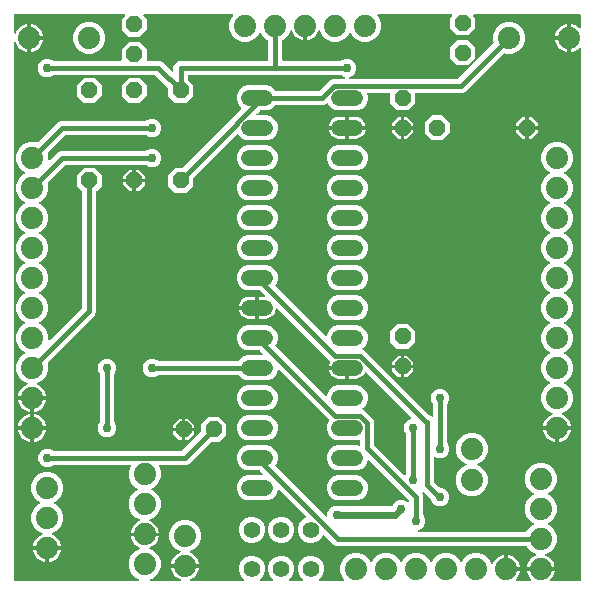
<source format=gbr>
G04 EAGLE Gerber RS-274X export*
G75*
%MOMM*%
%FSLAX34Y34*%
%LPD*%
%INBottom Copper*%
%IPPOS*%
%AMOC8*
5,1,8,0,0,1.08239X$1,22.5*%
G01*
%ADD10P,1.429621X8X292.500000*%
%ADD11P,1.429621X8X202.500000*%
%ADD12P,1.429621X8X112.500000*%
%ADD13C,1.320800*%
%ADD14C,1.879600*%
%ADD15C,1.408000*%
%ADD16C,0.756400*%
%ADD17C,0.406400*%
%ADD18C,0.609600*%

G36*
X115464Y10176D02*
X115464Y10176D01*
X115561Y10186D01*
X115585Y10196D01*
X115611Y10200D01*
X115697Y10246D01*
X115786Y10286D01*
X115805Y10303D01*
X115828Y10316D01*
X115895Y10386D01*
X115967Y10452D01*
X115979Y10475D01*
X115997Y10494D01*
X116038Y10582D01*
X116085Y10668D01*
X116090Y10693D01*
X116101Y10717D01*
X116112Y10814D01*
X116129Y10910D01*
X116125Y10936D01*
X116128Y10961D01*
X116108Y11057D01*
X116093Y11153D01*
X116082Y11176D01*
X116076Y11202D01*
X116026Y11285D01*
X115982Y11372D01*
X115963Y11391D01*
X115950Y11413D01*
X115876Y11476D01*
X115806Y11544D01*
X115778Y11560D01*
X115763Y11573D01*
X115732Y11585D01*
X115659Y11625D01*
X113024Y12717D01*
X109237Y16504D01*
X107187Y21452D01*
X107187Y26808D01*
X109237Y31756D01*
X113024Y35543D01*
X116410Y36946D01*
X116496Y36999D01*
X116585Y37047D01*
X116600Y37064D01*
X116619Y37075D01*
X116683Y37153D01*
X116752Y37227D01*
X116761Y37248D01*
X116776Y37265D01*
X116812Y37359D01*
X116854Y37452D01*
X116856Y37474D01*
X116864Y37494D01*
X116868Y37595D01*
X116878Y37696D01*
X116873Y37718D01*
X116874Y37740D01*
X116846Y37837D01*
X116823Y37936D01*
X116812Y37955D01*
X116806Y37976D01*
X116748Y38059D01*
X116695Y38146D01*
X116678Y38160D01*
X116665Y38178D01*
X116584Y38239D01*
X116506Y38304D01*
X116482Y38315D01*
X116468Y38325D01*
X116437Y38335D01*
X116354Y38373D01*
X116067Y38466D01*
X114393Y39319D01*
X112872Y40424D01*
X111544Y41752D01*
X110439Y43273D01*
X109586Y44947D01*
X109005Y46734D01*
X108804Y48007D01*
X119888Y48007D01*
X119908Y48010D01*
X119927Y48008D01*
X120029Y48030D01*
X120131Y48047D01*
X120148Y48056D01*
X120168Y48060D01*
X120257Y48113D01*
X120348Y48162D01*
X120362Y48176D01*
X120379Y48186D01*
X120446Y48265D01*
X120517Y48340D01*
X120526Y48358D01*
X120539Y48373D01*
X120577Y48469D01*
X120621Y48563D01*
X120623Y48583D01*
X120631Y48601D01*
X120649Y48768D01*
X120649Y50292D01*
X120646Y50312D01*
X120648Y50331D01*
X120626Y50433D01*
X120609Y50535D01*
X120600Y50552D01*
X120596Y50572D01*
X120543Y50661D01*
X120494Y50752D01*
X120480Y50766D01*
X120470Y50783D01*
X120391Y50850D01*
X120316Y50921D01*
X120298Y50930D01*
X120283Y50943D01*
X120187Y50982D01*
X120093Y51025D01*
X120073Y51027D01*
X120055Y51035D01*
X119888Y51053D01*
X108804Y51053D01*
X109005Y52326D01*
X109586Y54113D01*
X110439Y55787D01*
X111544Y57308D01*
X112872Y58636D01*
X114393Y59741D01*
X116067Y60594D01*
X116354Y60687D01*
X116444Y60734D01*
X116536Y60775D01*
X116552Y60790D01*
X116572Y60800D01*
X116643Y60873D01*
X116717Y60941D01*
X116728Y60961D01*
X116743Y60977D01*
X116787Y61068D01*
X116836Y61157D01*
X116840Y61179D01*
X116849Y61199D01*
X116862Y61299D01*
X116880Y61399D01*
X116876Y61421D01*
X116879Y61443D01*
X116859Y61542D01*
X116844Y61642D01*
X116834Y61662D01*
X116829Y61684D01*
X116778Y61771D01*
X116732Y61861D01*
X116716Y61877D01*
X116705Y61896D01*
X116629Y61963D01*
X116557Y62034D01*
X116533Y62047D01*
X116520Y62058D01*
X116490Y62070D01*
X116410Y62114D01*
X113024Y63517D01*
X109237Y67304D01*
X107187Y72252D01*
X107187Y77608D01*
X109237Y82556D01*
X113024Y86343D01*
X114433Y86927D01*
X114494Y86965D01*
X114559Y86994D01*
X114598Y87029D01*
X114642Y87056D01*
X114688Y87112D01*
X114740Y87160D01*
X114765Y87206D01*
X114799Y87246D01*
X114824Y87313D01*
X114859Y87376D01*
X114868Y87427D01*
X114887Y87475D01*
X114890Y87547D01*
X114903Y87618D01*
X114895Y87669D01*
X114897Y87721D01*
X114877Y87790D01*
X114867Y87861D01*
X114843Y87907D01*
X114829Y87957D01*
X114788Y88016D01*
X114755Y88080D01*
X114718Y88117D01*
X114688Y88159D01*
X114631Y88202D01*
X114580Y88252D01*
X114517Y88287D01*
X114491Y88306D01*
X114469Y88313D01*
X114433Y88333D01*
X113024Y88917D01*
X109237Y92704D01*
X107187Y97652D01*
X107187Y103008D01*
X108903Y107151D01*
X108914Y107195D01*
X108933Y107237D01*
X108942Y107314D01*
X108959Y107390D01*
X108955Y107436D01*
X108960Y107481D01*
X108944Y107558D01*
X108936Y107635D01*
X108918Y107677D01*
X108908Y107722D01*
X108868Y107789D01*
X108836Y107860D01*
X108805Y107894D01*
X108782Y107933D01*
X108723Y107984D01*
X108670Y108041D01*
X108630Y108063D01*
X108595Y108093D01*
X108523Y108122D01*
X108454Y108159D01*
X108409Y108168D01*
X108367Y108185D01*
X108231Y108200D01*
X108212Y108203D01*
X108207Y108202D01*
X108200Y108203D01*
X43670Y108203D01*
X43579Y108189D01*
X43489Y108181D01*
X43459Y108169D01*
X43427Y108164D01*
X43346Y108121D01*
X43262Y108085D01*
X43230Y108059D01*
X43209Y108048D01*
X43187Y108025D01*
X43131Y107980D01*
X42799Y107648D01*
X39915Y106453D01*
X36793Y106453D01*
X33909Y107648D01*
X31702Y109855D01*
X30507Y112739D01*
X30507Y115861D01*
X31702Y118745D01*
X33909Y120952D01*
X36793Y122147D01*
X39915Y122147D01*
X42799Y120952D01*
X43131Y120620D01*
X43205Y120567D01*
X43275Y120507D01*
X43305Y120495D01*
X43331Y120476D01*
X43418Y120449D01*
X43503Y120415D01*
X43544Y120411D01*
X43566Y120404D01*
X43598Y120405D01*
X43670Y120397D01*
X152099Y120397D01*
X152189Y120411D01*
X152280Y120419D01*
X152310Y120431D01*
X152342Y120436D01*
X152423Y120479D01*
X152507Y120515D01*
X152539Y120541D01*
X152559Y120552D01*
X152582Y120575D01*
X152638Y120620D01*
X168178Y136160D01*
X168231Y136234D01*
X168291Y136304D01*
X168303Y136334D01*
X168322Y136360D01*
X168349Y136447D01*
X168383Y136532D01*
X168387Y136573D01*
X168394Y136595D01*
X168393Y136627D01*
X168401Y136699D01*
X168401Y142849D01*
X174651Y149099D01*
X183489Y149099D01*
X189739Y142849D01*
X189739Y134011D01*
X183489Y127761D01*
X177339Y127761D01*
X177249Y127747D01*
X177158Y127739D01*
X177128Y127727D01*
X177096Y127722D01*
X177015Y127679D01*
X176931Y127643D01*
X176899Y127617D01*
X176879Y127606D01*
X176856Y127583D01*
X176800Y127538D01*
X160216Y110954D01*
X160216Y110953D01*
X158394Y109131D01*
X156153Y108203D01*
X133100Y108203D01*
X133055Y108196D01*
X133009Y108198D01*
X132934Y108176D01*
X132857Y108164D01*
X132817Y108142D01*
X132773Y108129D01*
X132709Y108085D01*
X132640Y108048D01*
X132608Y108015D01*
X132571Y107989D01*
X132524Y107926D01*
X132471Y107870D01*
X132451Y107828D01*
X132424Y107792D01*
X132400Y107718D01*
X132367Y107647D01*
X132362Y107601D01*
X132348Y107558D01*
X132348Y107480D01*
X132340Y107403D01*
X132350Y107358D01*
X132350Y107312D01*
X132388Y107180D01*
X132392Y107162D01*
X132395Y107158D01*
X132397Y107151D01*
X134113Y103008D01*
X134113Y97652D01*
X132063Y92704D01*
X128276Y88917D01*
X126867Y88333D01*
X126806Y88296D01*
X126741Y88266D01*
X126702Y88231D01*
X126658Y88204D01*
X126612Y88148D01*
X126560Y88100D01*
X126535Y88054D01*
X126501Y88014D01*
X126476Y87947D01*
X126441Y87884D01*
X126432Y87833D01*
X126413Y87785D01*
X126410Y87713D01*
X126397Y87642D01*
X126405Y87591D01*
X126403Y87539D01*
X126423Y87470D01*
X126433Y87399D01*
X126457Y87353D01*
X126471Y87303D01*
X126512Y87244D01*
X126545Y87180D01*
X126582Y87143D01*
X126612Y87101D01*
X126669Y87058D01*
X126720Y87008D01*
X126783Y86973D01*
X126809Y86954D01*
X126831Y86947D01*
X126867Y86927D01*
X128276Y86343D01*
X132063Y82556D01*
X134113Y77608D01*
X134113Y72252D01*
X132063Y67304D01*
X128276Y63517D01*
X124890Y62114D01*
X124804Y62061D01*
X124715Y62013D01*
X124700Y61996D01*
X124681Y61985D01*
X124617Y61907D01*
X124548Y61833D01*
X124539Y61812D01*
X124524Y61795D01*
X124488Y61701D01*
X124446Y61608D01*
X124444Y61586D01*
X124436Y61566D01*
X124432Y61465D01*
X124422Y61364D01*
X124427Y61342D01*
X124426Y61320D01*
X124454Y61223D01*
X124477Y61124D01*
X124488Y61105D01*
X124494Y61084D01*
X124552Y61000D01*
X124605Y60914D01*
X124622Y60900D01*
X124635Y60882D01*
X124716Y60821D01*
X124794Y60756D01*
X124818Y60745D01*
X124832Y60735D01*
X124863Y60725D01*
X124946Y60687D01*
X125233Y60594D01*
X126907Y59741D01*
X128428Y58636D01*
X129756Y57308D01*
X130861Y55787D01*
X131714Y54113D01*
X132295Y52326D01*
X132496Y51053D01*
X121412Y51053D01*
X121392Y51050D01*
X121373Y51052D01*
X121271Y51030D01*
X121169Y51013D01*
X121152Y51004D01*
X121132Y51000D01*
X121043Y50947D01*
X120952Y50898D01*
X120938Y50884D01*
X120921Y50874D01*
X120854Y50795D01*
X120783Y50720D01*
X120774Y50702D01*
X120761Y50687D01*
X120723Y50591D01*
X120679Y50497D01*
X120677Y50477D01*
X120669Y50459D01*
X120651Y50292D01*
X120651Y48768D01*
X120654Y48748D01*
X120652Y48729D01*
X120674Y48627D01*
X120691Y48525D01*
X120700Y48508D01*
X120704Y48488D01*
X120757Y48399D01*
X120806Y48308D01*
X120820Y48294D01*
X120830Y48277D01*
X120909Y48210D01*
X120984Y48139D01*
X121002Y48130D01*
X121017Y48117D01*
X121113Y48078D01*
X121207Y48035D01*
X121227Y48033D01*
X121245Y48025D01*
X121412Y48007D01*
X132496Y48007D01*
X132295Y46734D01*
X131714Y44947D01*
X130861Y43273D01*
X129756Y41752D01*
X128428Y40424D01*
X126907Y39319D01*
X125233Y38466D01*
X124946Y38373D01*
X124856Y38326D01*
X124764Y38285D01*
X124748Y38270D01*
X124728Y38260D01*
X124657Y38187D01*
X124583Y38119D01*
X124572Y38099D01*
X124557Y38083D01*
X124513Y37992D01*
X124464Y37903D01*
X124460Y37881D01*
X124451Y37861D01*
X124438Y37761D01*
X124420Y37661D01*
X124424Y37639D01*
X124421Y37617D01*
X124441Y37518D01*
X124456Y37418D01*
X124466Y37398D01*
X124471Y37376D01*
X124522Y37289D01*
X124568Y37199D01*
X124584Y37183D01*
X124595Y37164D01*
X124671Y37097D01*
X124743Y37026D01*
X124767Y37013D01*
X124780Y37002D01*
X124810Y36990D01*
X124890Y36946D01*
X128276Y35543D01*
X132063Y31756D01*
X134113Y26808D01*
X134113Y21452D01*
X132063Y16504D01*
X128276Y12717D01*
X125641Y11625D01*
X125558Y11574D01*
X125472Y11528D01*
X125454Y11510D01*
X125432Y11496D01*
X125369Y11420D01*
X125303Y11350D01*
X125292Y11326D01*
X125275Y11306D01*
X125240Y11215D01*
X125199Y11127D01*
X125196Y11101D01*
X125187Y11077D01*
X125183Y10979D01*
X125172Y10883D01*
X125177Y10857D01*
X125176Y10831D01*
X125203Y10737D01*
X125224Y10642D01*
X125237Y10620D01*
X125245Y10595D01*
X125300Y10515D01*
X125350Y10431D01*
X125370Y10414D01*
X125385Y10393D01*
X125463Y10334D01*
X125537Y10271D01*
X125561Y10261D01*
X125582Y10246D01*
X125675Y10216D01*
X125765Y10179D01*
X125798Y10176D01*
X125816Y10170D01*
X125849Y10170D01*
X125932Y10161D01*
X150583Y10161D01*
X150587Y10161D01*
X150591Y10161D01*
X150710Y10181D01*
X150826Y10200D01*
X150830Y10202D01*
X150834Y10203D01*
X150939Y10260D01*
X151044Y10316D01*
X151046Y10318D01*
X151050Y10320D01*
X151131Y10408D01*
X151213Y10494D01*
X151215Y10498D01*
X151217Y10501D01*
X151266Y10608D01*
X151317Y10717D01*
X151317Y10721D01*
X151319Y10725D01*
X151331Y10844D01*
X151344Y10961D01*
X151343Y10965D01*
X151343Y10969D01*
X151317Y11086D01*
X151291Y11202D01*
X151289Y11205D01*
X151288Y11209D01*
X151226Y11311D01*
X151165Y11413D01*
X151162Y11416D01*
X151160Y11419D01*
X151069Y11495D01*
X150978Y11573D01*
X150975Y11574D01*
X150972Y11577D01*
X150819Y11646D01*
X150357Y11796D01*
X148683Y12649D01*
X147162Y13754D01*
X145834Y15082D01*
X144729Y16603D01*
X143876Y18277D01*
X143295Y20064D01*
X143094Y21337D01*
X154178Y21337D01*
X154198Y21340D01*
X154217Y21338D01*
X154319Y21360D01*
X154421Y21377D01*
X154438Y21386D01*
X154458Y21390D01*
X154547Y21443D01*
X154638Y21492D01*
X154652Y21506D01*
X154669Y21516D01*
X154736Y21595D01*
X154807Y21670D01*
X154816Y21688D01*
X154829Y21703D01*
X154867Y21799D01*
X154911Y21893D01*
X154913Y21913D01*
X154921Y21931D01*
X154939Y22098D01*
X154939Y23622D01*
X154936Y23642D01*
X154938Y23661D01*
X154916Y23763D01*
X154899Y23865D01*
X154890Y23882D01*
X154886Y23902D01*
X154833Y23991D01*
X154784Y24082D01*
X154770Y24096D01*
X154760Y24113D01*
X154681Y24180D01*
X154606Y24251D01*
X154588Y24260D01*
X154573Y24273D01*
X154477Y24312D01*
X154383Y24355D01*
X154363Y24357D01*
X154345Y24365D01*
X154178Y24383D01*
X143094Y24383D01*
X143295Y25656D01*
X143876Y27443D01*
X144729Y29117D01*
X145834Y30638D01*
X147162Y31966D01*
X148683Y33071D01*
X150357Y33924D01*
X150644Y34017D01*
X150734Y34064D01*
X150826Y34105D01*
X150842Y34120D01*
X150862Y34130D01*
X150933Y34203D01*
X151007Y34271D01*
X151018Y34291D01*
X151033Y34307D01*
X151077Y34398D01*
X151126Y34487D01*
X151130Y34509D01*
X151139Y34529D01*
X151152Y34629D01*
X151170Y34729D01*
X151166Y34751D01*
X151169Y34773D01*
X151149Y34872D01*
X151134Y34972D01*
X151124Y34992D01*
X151119Y35014D01*
X151068Y35101D01*
X151022Y35191D01*
X151006Y35207D01*
X150995Y35226D01*
X150919Y35293D01*
X150847Y35364D01*
X150823Y35377D01*
X150810Y35388D01*
X150780Y35400D01*
X150700Y35444D01*
X147314Y36847D01*
X143527Y40634D01*
X141477Y45582D01*
X141477Y50938D01*
X143527Y55886D01*
X147314Y59673D01*
X152262Y61723D01*
X157618Y61723D01*
X162566Y59673D01*
X166353Y55886D01*
X168403Y50938D01*
X168403Y45582D01*
X166353Y40634D01*
X162566Y36847D01*
X159180Y35444D01*
X159094Y35391D01*
X159005Y35343D01*
X158990Y35326D01*
X158971Y35315D01*
X158907Y35237D01*
X158838Y35163D01*
X158829Y35142D01*
X158814Y35125D01*
X158778Y35031D01*
X158736Y34938D01*
X158734Y34916D01*
X158726Y34896D01*
X158722Y34795D01*
X158712Y34694D01*
X158717Y34672D01*
X158716Y34650D01*
X158744Y34553D01*
X158767Y34454D01*
X158778Y34435D01*
X158784Y34414D01*
X158842Y34331D01*
X158895Y34244D01*
X158912Y34230D01*
X158925Y34212D01*
X159006Y34151D01*
X159084Y34086D01*
X159108Y34075D01*
X159122Y34065D01*
X159153Y34055D01*
X159236Y34017D01*
X159523Y33924D01*
X161197Y33071D01*
X162718Y31966D01*
X164046Y30638D01*
X165151Y29117D01*
X166004Y27443D01*
X166585Y25656D01*
X166786Y24383D01*
X155702Y24383D01*
X155682Y24380D01*
X155663Y24382D01*
X155561Y24360D01*
X155459Y24343D01*
X155442Y24334D01*
X155422Y24330D01*
X155333Y24277D01*
X155242Y24228D01*
X155228Y24214D01*
X155211Y24204D01*
X155144Y24125D01*
X155073Y24050D01*
X155064Y24032D01*
X155051Y24017D01*
X155013Y23921D01*
X154969Y23827D01*
X154967Y23807D01*
X154959Y23789D01*
X154941Y23622D01*
X154941Y22098D01*
X154944Y22078D01*
X154942Y22059D01*
X154964Y21957D01*
X154981Y21855D01*
X154990Y21838D01*
X154994Y21818D01*
X155047Y21729D01*
X155096Y21638D01*
X155110Y21624D01*
X155120Y21607D01*
X155199Y21540D01*
X155274Y21469D01*
X155292Y21460D01*
X155307Y21447D01*
X155403Y21408D01*
X155497Y21365D01*
X155517Y21363D01*
X155535Y21355D01*
X155702Y21337D01*
X166786Y21337D01*
X166585Y20064D01*
X166004Y18277D01*
X165151Y16603D01*
X164046Y15082D01*
X162718Y13754D01*
X161197Y12649D01*
X159523Y11796D01*
X159061Y11646D01*
X159058Y11644D01*
X159054Y11643D01*
X158949Y11588D01*
X158843Y11533D01*
X158840Y11530D01*
X158836Y11528D01*
X158755Y11443D01*
X158672Y11357D01*
X158670Y11353D01*
X158667Y11350D01*
X158617Y11242D01*
X158566Y11135D01*
X158565Y11131D01*
X158563Y11127D01*
X158550Y11008D01*
X158536Y10890D01*
X158537Y10886D01*
X158536Y10883D01*
X158562Y10766D01*
X158586Y10650D01*
X158588Y10646D01*
X158589Y10642D01*
X158650Y10540D01*
X158710Y10437D01*
X158713Y10434D01*
X158715Y10431D01*
X158806Y10353D01*
X158895Y10275D01*
X158899Y10274D01*
X158902Y10271D01*
X159012Y10227D01*
X159122Y10181D01*
X159126Y10181D01*
X159130Y10179D01*
X159297Y10161D01*
X203847Y10161D01*
X203918Y10172D01*
X203989Y10174D01*
X204038Y10192D01*
X204090Y10200D01*
X204153Y10234D01*
X204220Y10259D01*
X204261Y10291D01*
X204307Y10316D01*
X204356Y10368D01*
X204412Y10412D01*
X204441Y10456D01*
X204477Y10494D01*
X204507Y10559D01*
X204545Y10619D01*
X204558Y10670D01*
X204580Y10717D01*
X204588Y10788D01*
X204606Y10858D01*
X204601Y10910D01*
X204607Y10961D01*
X204592Y11032D01*
X204586Y11103D01*
X204566Y11151D01*
X204555Y11202D01*
X204518Y11263D01*
X204490Y11329D01*
X204445Y11385D01*
X204429Y11413D01*
X204411Y11428D01*
X204385Y11460D01*
X201806Y14040D01*
X200115Y18121D01*
X200115Y22539D01*
X201806Y26620D01*
X204930Y29744D01*
X209011Y31435D01*
X213429Y31435D01*
X217510Y29744D01*
X220634Y26620D01*
X222325Y22539D01*
X222325Y18121D01*
X220634Y14040D01*
X218055Y11460D01*
X218013Y11402D01*
X217963Y11350D01*
X217942Y11303D01*
X217911Y11261D01*
X217890Y11192D01*
X217860Y11127D01*
X217854Y11075D01*
X217839Y11025D01*
X217841Y10954D01*
X217833Y10883D01*
X217844Y10832D01*
X217845Y10780D01*
X217870Y10712D01*
X217885Y10642D01*
X217912Y10597D01*
X217930Y10549D01*
X217974Y10493D01*
X218011Y10431D01*
X218051Y10397D01*
X218083Y10357D01*
X218144Y10318D01*
X218198Y10271D01*
X218246Y10252D01*
X218290Y10224D01*
X218360Y10206D01*
X218426Y10179D01*
X218498Y10171D01*
X218529Y10163D01*
X218552Y10165D01*
X218593Y10161D01*
X228847Y10161D01*
X228918Y10172D01*
X228989Y10174D01*
X229038Y10192D01*
X229090Y10200D01*
X229153Y10234D01*
X229220Y10259D01*
X229261Y10291D01*
X229307Y10316D01*
X229356Y10368D01*
X229412Y10412D01*
X229441Y10456D01*
X229477Y10494D01*
X229507Y10559D01*
X229545Y10619D01*
X229558Y10670D01*
X229580Y10717D01*
X229588Y10788D01*
X229606Y10858D01*
X229601Y10910D01*
X229607Y10961D01*
X229592Y11032D01*
X229586Y11103D01*
X229566Y11151D01*
X229555Y11202D01*
X229518Y11263D01*
X229490Y11329D01*
X229445Y11385D01*
X229429Y11413D01*
X229411Y11428D01*
X229385Y11460D01*
X226806Y14040D01*
X225115Y18121D01*
X225115Y22539D01*
X226806Y26620D01*
X229930Y29744D01*
X234011Y31435D01*
X238429Y31435D01*
X242510Y29744D01*
X245634Y26620D01*
X247325Y22539D01*
X247325Y18121D01*
X245634Y14040D01*
X243055Y11460D01*
X243013Y11402D01*
X242963Y11350D01*
X242942Y11303D01*
X242911Y11261D01*
X242890Y11192D01*
X242860Y11127D01*
X242854Y11075D01*
X242839Y11025D01*
X242841Y10954D01*
X242833Y10883D01*
X242844Y10832D01*
X242845Y10780D01*
X242870Y10712D01*
X242885Y10642D01*
X242912Y10597D01*
X242930Y10549D01*
X242974Y10493D01*
X243011Y10431D01*
X243051Y10397D01*
X243083Y10357D01*
X243144Y10318D01*
X243198Y10271D01*
X243246Y10252D01*
X243290Y10224D01*
X243360Y10206D01*
X243426Y10179D01*
X243498Y10171D01*
X243529Y10163D01*
X243552Y10165D01*
X243593Y10161D01*
X253847Y10161D01*
X253918Y10172D01*
X253989Y10174D01*
X254038Y10192D01*
X254090Y10200D01*
X254153Y10234D01*
X254220Y10259D01*
X254261Y10291D01*
X254307Y10316D01*
X254356Y10368D01*
X254412Y10412D01*
X254441Y10456D01*
X254477Y10494D01*
X254507Y10559D01*
X254545Y10619D01*
X254558Y10670D01*
X254580Y10717D01*
X254588Y10788D01*
X254606Y10858D01*
X254601Y10910D01*
X254607Y10961D01*
X254592Y11032D01*
X254586Y11103D01*
X254566Y11151D01*
X254555Y11202D01*
X254518Y11263D01*
X254490Y11329D01*
X254445Y11385D01*
X254429Y11413D01*
X254411Y11428D01*
X254385Y11460D01*
X251806Y14040D01*
X250115Y18121D01*
X250115Y22539D01*
X251806Y26620D01*
X254930Y29744D01*
X259011Y31435D01*
X263429Y31435D01*
X267510Y29744D01*
X270634Y26620D01*
X272325Y22539D01*
X272325Y18121D01*
X270634Y14040D01*
X268055Y11460D01*
X268013Y11402D01*
X267963Y11350D01*
X267942Y11303D01*
X267911Y11261D01*
X267890Y11192D01*
X267860Y11127D01*
X267854Y11075D01*
X267839Y11025D01*
X267841Y10954D01*
X267833Y10883D01*
X267844Y10832D01*
X267845Y10780D01*
X267870Y10712D01*
X267885Y10642D01*
X267912Y10597D01*
X267930Y10549D01*
X267974Y10493D01*
X268011Y10431D01*
X268051Y10397D01*
X268083Y10357D01*
X268144Y10318D01*
X268198Y10271D01*
X268246Y10252D01*
X268290Y10224D01*
X268360Y10206D01*
X268426Y10179D01*
X268498Y10171D01*
X268529Y10163D01*
X268552Y10165D01*
X268593Y10161D01*
X289002Y10161D01*
X289073Y10172D01*
X289145Y10174D01*
X289194Y10192D01*
X289245Y10200D01*
X289308Y10234D01*
X289376Y10259D01*
X289416Y10291D01*
X289462Y10316D01*
X289512Y10368D01*
X289568Y10412D01*
X289596Y10456D01*
X289632Y10494D01*
X289662Y10559D01*
X289701Y10619D01*
X289713Y10670D01*
X289735Y10717D01*
X289743Y10788D01*
X289761Y10858D01*
X289757Y10910D01*
X289763Y10961D01*
X289747Y11032D01*
X289742Y11103D01*
X289721Y11151D01*
X289710Y11202D01*
X289673Y11263D01*
X289645Y11329D01*
X289601Y11385D01*
X289584Y11413D01*
X289566Y11428D01*
X289541Y11460D01*
X288307Y12694D01*
X286257Y17642D01*
X286257Y22998D01*
X288307Y27946D01*
X292094Y31733D01*
X297042Y33783D01*
X302398Y33783D01*
X307346Y31733D01*
X311133Y27946D01*
X311717Y26537D01*
X311754Y26476D01*
X311784Y26411D01*
X311819Y26372D01*
X311846Y26328D01*
X311902Y26282D01*
X311950Y26230D01*
X311996Y26205D01*
X312036Y26171D01*
X312103Y26146D01*
X312166Y26111D01*
X312217Y26102D01*
X312265Y26083D01*
X312337Y26080D01*
X312408Y26067D01*
X312459Y26075D01*
X312511Y26073D01*
X312580Y26093D01*
X312651Y26103D01*
X312697Y26127D01*
X312747Y26141D01*
X312806Y26182D01*
X312870Y26215D01*
X312907Y26252D01*
X312949Y26282D01*
X312992Y26339D01*
X313042Y26390D01*
X313077Y26453D01*
X313096Y26479D01*
X313103Y26501D01*
X313123Y26537D01*
X313707Y27946D01*
X317494Y31733D01*
X322442Y33783D01*
X327798Y33783D01*
X332746Y31733D01*
X336533Y27946D01*
X337117Y26537D01*
X337154Y26476D01*
X337184Y26411D01*
X337219Y26372D01*
X337246Y26328D01*
X337302Y26282D01*
X337350Y26230D01*
X337396Y26205D01*
X337436Y26171D01*
X337503Y26146D01*
X337566Y26111D01*
X337617Y26102D01*
X337665Y26083D01*
X337737Y26080D01*
X337808Y26067D01*
X337859Y26075D01*
X337911Y26073D01*
X337980Y26093D01*
X338051Y26103D01*
X338097Y26127D01*
X338147Y26141D01*
X338206Y26182D01*
X338270Y26215D01*
X338307Y26252D01*
X338349Y26282D01*
X338392Y26339D01*
X338442Y26390D01*
X338477Y26453D01*
X338496Y26479D01*
X338503Y26501D01*
X338523Y26537D01*
X339107Y27946D01*
X342894Y31733D01*
X347842Y33783D01*
X353198Y33783D01*
X358146Y31733D01*
X361933Y27946D01*
X362517Y26537D01*
X362554Y26476D01*
X362584Y26411D01*
X362619Y26372D01*
X362646Y26328D01*
X362702Y26282D01*
X362750Y26230D01*
X362796Y26205D01*
X362836Y26171D01*
X362903Y26146D01*
X362966Y26111D01*
X363017Y26102D01*
X363065Y26083D01*
X363137Y26080D01*
X363208Y26067D01*
X363259Y26075D01*
X363311Y26073D01*
X363380Y26093D01*
X363451Y26103D01*
X363497Y26127D01*
X363547Y26141D01*
X363606Y26182D01*
X363670Y26215D01*
X363707Y26252D01*
X363749Y26282D01*
X363792Y26339D01*
X363842Y26390D01*
X363877Y26453D01*
X363896Y26479D01*
X363903Y26501D01*
X363923Y26537D01*
X364507Y27946D01*
X368294Y31733D01*
X373242Y33783D01*
X378598Y33783D01*
X383546Y31733D01*
X387333Y27946D01*
X387917Y26537D01*
X387954Y26476D01*
X387984Y26411D01*
X388019Y26372D01*
X388046Y26328D01*
X388102Y26282D01*
X388150Y26230D01*
X388196Y26205D01*
X388236Y26171D01*
X388303Y26146D01*
X388366Y26111D01*
X388417Y26102D01*
X388465Y26083D01*
X388537Y26080D01*
X388608Y26067D01*
X388659Y26075D01*
X388711Y26073D01*
X388780Y26093D01*
X388851Y26103D01*
X388897Y26127D01*
X388947Y26141D01*
X389006Y26182D01*
X389070Y26215D01*
X389107Y26252D01*
X389149Y26282D01*
X389192Y26339D01*
X389242Y26390D01*
X389277Y26453D01*
X389296Y26479D01*
X389303Y26501D01*
X389323Y26537D01*
X389907Y27946D01*
X393694Y31733D01*
X398642Y33783D01*
X403998Y33783D01*
X408946Y31733D01*
X412733Y27946D01*
X414136Y24560D01*
X414189Y24474D01*
X414237Y24385D01*
X414254Y24370D01*
X414265Y24351D01*
X414343Y24287D01*
X414417Y24218D01*
X414438Y24209D01*
X414455Y24194D01*
X414549Y24158D01*
X414642Y24116D01*
X414664Y24114D01*
X414684Y24106D01*
X414785Y24102D01*
X414886Y24092D01*
X414908Y24097D01*
X414930Y24096D01*
X415027Y24124D01*
X415126Y24147D01*
X415145Y24158D01*
X415166Y24164D01*
X415249Y24222D01*
X415336Y24275D01*
X415350Y24292D01*
X415368Y24305D01*
X415429Y24386D01*
X415494Y24464D01*
X415505Y24488D01*
X415515Y24502D01*
X415525Y24533D01*
X415563Y24616D01*
X415656Y24903D01*
X416509Y26577D01*
X417614Y28098D01*
X418942Y29426D01*
X420463Y30531D01*
X422137Y31384D01*
X423924Y31965D01*
X425197Y32166D01*
X425197Y21082D01*
X425200Y21062D01*
X425198Y21043D01*
X425220Y20941D01*
X425237Y20839D01*
X425246Y20822D01*
X425250Y20802D01*
X425303Y20713D01*
X425352Y20622D01*
X425366Y20608D01*
X425376Y20591D01*
X425455Y20524D01*
X425530Y20453D01*
X425548Y20444D01*
X425563Y20431D01*
X425659Y20393D01*
X425753Y20349D01*
X425773Y20347D01*
X425791Y20339D01*
X425958Y20321D01*
X426721Y20321D01*
X426721Y19558D01*
X426724Y19538D01*
X426722Y19519D01*
X426744Y19417D01*
X426761Y19315D01*
X426770Y19298D01*
X426774Y19278D01*
X426827Y19189D01*
X426876Y19098D01*
X426890Y19084D01*
X426900Y19067D01*
X426979Y19000D01*
X427054Y18929D01*
X427072Y18920D01*
X427087Y18907D01*
X427183Y18868D01*
X427277Y18825D01*
X427297Y18823D01*
X427315Y18815D01*
X427482Y18797D01*
X438566Y18797D01*
X438365Y17524D01*
X437784Y15737D01*
X436931Y14063D01*
X435826Y12542D01*
X434744Y11460D01*
X434702Y11402D01*
X434653Y11350D01*
X434631Y11303D01*
X434601Y11261D01*
X434580Y11192D01*
X434549Y11127D01*
X434544Y11075D01*
X434528Y11025D01*
X434530Y10954D01*
X434522Y10883D01*
X434533Y10832D01*
X434535Y10780D01*
X434559Y10712D01*
X434574Y10642D01*
X434601Y10597D01*
X434619Y10549D01*
X434664Y10493D01*
X434701Y10431D01*
X434740Y10397D01*
X434773Y10357D01*
X434833Y10318D01*
X434888Y10271D01*
X434936Y10252D01*
X434980Y10224D01*
X435049Y10206D01*
X435116Y10179D01*
X435187Y10171D01*
X435218Y10163D01*
X435242Y10165D01*
X435282Y10161D01*
X447368Y10161D01*
X447438Y10172D01*
X447510Y10174D01*
X447559Y10192D01*
X447610Y10200D01*
X447674Y10234D01*
X447741Y10259D01*
X447782Y10291D01*
X447828Y10316D01*
X447877Y10368D01*
X447933Y10412D01*
X447961Y10456D01*
X447997Y10494D01*
X448027Y10559D01*
X448066Y10619D01*
X448079Y10670D01*
X448101Y10717D01*
X448109Y10788D01*
X448126Y10858D01*
X448122Y10910D01*
X448128Y10961D01*
X448113Y11032D01*
X448107Y11103D01*
X448087Y11151D01*
X448076Y11202D01*
X448039Y11263D01*
X448011Y11329D01*
X447966Y11385D01*
X447949Y11413D01*
X447932Y11428D01*
X447906Y11460D01*
X446824Y12542D01*
X445719Y14063D01*
X444866Y15737D01*
X444285Y17524D01*
X444084Y18797D01*
X455168Y18797D01*
X455188Y18800D01*
X455207Y18798D01*
X455309Y18820D01*
X455411Y18837D01*
X455428Y18846D01*
X455448Y18850D01*
X455537Y18903D01*
X455628Y18952D01*
X455642Y18966D01*
X455659Y18976D01*
X455726Y19055D01*
X455797Y19130D01*
X455806Y19148D01*
X455819Y19163D01*
X455857Y19259D01*
X455901Y19353D01*
X455903Y19373D01*
X455911Y19391D01*
X455929Y19558D01*
X455929Y21082D01*
X455926Y21102D01*
X455928Y21121D01*
X455906Y21223D01*
X455889Y21325D01*
X455880Y21342D01*
X455876Y21362D01*
X455823Y21451D01*
X455774Y21542D01*
X455760Y21556D01*
X455750Y21573D01*
X455671Y21640D01*
X455596Y21711D01*
X455578Y21720D01*
X455563Y21733D01*
X455467Y21772D01*
X455373Y21815D01*
X455353Y21817D01*
X455335Y21825D01*
X455168Y21843D01*
X444084Y21843D01*
X444285Y23116D01*
X444866Y24903D01*
X445719Y26577D01*
X446824Y28098D01*
X448152Y29426D01*
X449673Y30531D01*
X451347Y31384D01*
X451634Y31477D01*
X451724Y31524D01*
X451816Y31565D01*
X451832Y31580D01*
X451852Y31590D01*
X451923Y31663D01*
X451997Y31731D01*
X452008Y31751D01*
X452023Y31767D01*
X452067Y31858D01*
X452116Y31947D01*
X452120Y31969D01*
X452129Y31989D01*
X452142Y32089D01*
X452160Y32189D01*
X452156Y32211D01*
X452159Y32233D01*
X452139Y32332D01*
X452124Y32432D01*
X452114Y32452D01*
X452109Y32474D01*
X452058Y32561D01*
X452012Y32651D01*
X451996Y32667D01*
X451985Y32686D01*
X451909Y32753D01*
X451837Y32824D01*
X451813Y32837D01*
X451800Y32848D01*
X451770Y32860D01*
X451690Y32904D01*
X448304Y34307D01*
X444517Y38094D01*
X444078Y39153D01*
X444017Y39253D01*
X443957Y39353D01*
X443952Y39357D01*
X443948Y39362D01*
X443859Y39437D01*
X443770Y39513D01*
X443764Y39515D01*
X443759Y39519D01*
X443651Y39561D01*
X443541Y39605D01*
X443534Y39606D01*
X443529Y39607D01*
X443511Y39608D01*
X443375Y39623D01*
X283267Y39623D01*
X281026Y40551D01*
X272583Y48995D01*
X272546Y49021D01*
X272515Y49055D01*
X272447Y49093D01*
X272383Y49138D01*
X272340Y49152D01*
X272299Y49174D01*
X272223Y49188D01*
X272148Y49211D01*
X272103Y49209D01*
X272057Y49218D01*
X271980Y49206D01*
X271902Y49204D01*
X271859Y49188D01*
X271814Y49182D01*
X271745Y49147D01*
X271671Y49120D01*
X271636Y49091D01*
X271595Y49070D01*
X271540Y49015D01*
X271479Y48966D01*
X271455Y48927D01*
X271422Y48895D01*
X271357Y48775D01*
X271346Y48759D01*
X271345Y48754D01*
X271342Y48748D01*
X270634Y47040D01*
X267510Y43916D01*
X263429Y42225D01*
X259011Y42225D01*
X254930Y43916D01*
X251806Y47040D01*
X250115Y51121D01*
X250115Y55539D01*
X251806Y59620D01*
X254930Y62744D01*
X256638Y63452D01*
X256677Y63476D01*
X256720Y63492D01*
X256781Y63540D01*
X256847Y63581D01*
X256876Y63617D01*
X256912Y63645D01*
X256954Y63711D01*
X257004Y63771D01*
X257020Y63814D01*
X257045Y63852D01*
X257064Y63928D01*
X257092Y64000D01*
X257094Y64046D01*
X257105Y64091D01*
X257099Y64168D01*
X257102Y64246D01*
X257089Y64290D01*
X257086Y64336D01*
X257055Y64407D01*
X257034Y64482D01*
X257007Y64520D01*
X256990Y64562D01*
X256904Y64669D01*
X256893Y64684D01*
X256889Y64687D01*
X256885Y64693D01*
X234455Y87123D01*
X234418Y87150D01*
X234387Y87184D01*
X234318Y87221D01*
X234255Y87266D01*
X234211Y87280D01*
X234171Y87302D01*
X234094Y87316D01*
X234020Y87339D01*
X233974Y87338D01*
X233929Y87346D01*
X233852Y87335D01*
X233774Y87332D01*
X233731Y87317D01*
X233686Y87310D01*
X233616Y87275D01*
X233543Y87248D01*
X233507Y87219D01*
X233466Y87199D01*
X233412Y87143D01*
X233351Y87094D01*
X233326Y87056D01*
X233294Y87023D01*
X233228Y86903D01*
X233218Y86887D01*
X233217Y86883D01*
X233213Y86876D01*
X231549Y82857D01*
X228547Y79855D01*
X224626Y78231D01*
X207174Y78231D01*
X203253Y79855D01*
X200251Y82857D01*
X198627Y86778D01*
X198627Y91022D01*
X200251Y94943D01*
X203253Y97945D01*
X207174Y99569D01*
X220171Y99569D01*
X220242Y99580D01*
X220314Y99582D01*
X220363Y99600D01*
X220414Y99608D01*
X220477Y99642D01*
X220545Y99667D01*
X220586Y99699D01*
X220632Y99724D01*
X220681Y99775D01*
X220737Y99820D01*
X220765Y99864D01*
X220801Y99902D01*
X220831Y99967D01*
X220870Y100027D01*
X220883Y100078D01*
X220905Y100125D01*
X220912Y100196D01*
X220930Y100266D01*
X220926Y100318D01*
X220932Y100369D01*
X220916Y100440D01*
X220911Y100511D01*
X220890Y100559D01*
X220879Y100610D01*
X220843Y100671D01*
X220814Y100737D01*
X220770Y100793D01*
X220753Y100821D01*
X220735Y100836D01*
X220710Y100868D01*
X218170Y103408D01*
X218096Y103461D01*
X218026Y103521D01*
X217996Y103533D01*
X217970Y103552D01*
X217883Y103579D01*
X217798Y103613D01*
X217757Y103617D01*
X217735Y103624D01*
X217703Y103623D01*
X217631Y103631D01*
X207174Y103631D01*
X203253Y105255D01*
X200251Y108257D01*
X198627Y112178D01*
X198627Y116422D01*
X200251Y120343D01*
X203253Y123345D01*
X207174Y124969D01*
X224626Y124969D01*
X228547Y123345D01*
X231549Y120343D01*
X233173Y116422D01*
X233173Y112178D01*
X231534Y108222D01*
X231512Y108187D01*
X231452Y108104D01*
X231446Y108085D01*
X231435Y108068D01*
X231410Y107967D01*
X231379Y107869D01*
X231380Y107849D01*
X231375Y107829D01*
X231383Y107726D01*
X231386Y107623D01*
X231393Y107604D01*
X231394Y107584D01*
X231434Y107489D01*
X231470Y107392D01*
X231483Y107376D01*
X231490Y107358D01*
X231595Y107227D01*
X274064Y64758D01*
X274122Y64717D01*
X274174Y64667D01*
X274221Y64645D01*
X274263Y64615D01*
X274332Y64594D01*
X274397Y64563D01*
X274449Y64558D01*
X274499Y64542D01*
X274570Y64544D01*
X274641Y64536D01*
X274692Y64547D01*
X274744Y64549D01*
X274812Y64573D01*
X274882Y64589D01*
X274926Y64615D01*
X274975Y64633D01*
X275031Y64678D01*
X275093Y64715D01*
X275127Y64754D01*
X275167Y64787D01*
X275206Y64847D01*
X275253Y64902D01*
X275272Y64950D01*
X275300Y64994D01*
X275318Y65063D01*
X275345Y65130D01*
X275353Y65201D01*
X275361Y65232D01*
X275359Y65256D01*
X275363Y65297D01*
X275363Y67601D01*
X276558Y70485D01*
X278765Y72692D01*
X281649Y73887D01*
X284771Y73887D01*
X286403Y73211D01*
X286467Y73196D01*
X286528Y73171D01*
X286610Y73162D01*
X286642Y73155D01*
X286662Y73156D01*
X286694Y73153D01*
X329478Y73153D01*
X329568Y73167D01*
X329659Y73175D01*
X329689Y73187D01*
X329721Y73192D01*
X329802Y73235D01*
X329886Y73271D01*
X329918Y73297D01*
X329939Y73308D01*
X329961Y73331D01*
X330017Y73376D01*
X330327Y73686D01*
X330365Y73739D01*
X330411Y73786D01*
X330451Y73859D01*
X330470Y73885D01*
X330476Y73904D01*
X330492Y73933D01*
X331168Y75565D01*
X333375Y77772D01*
X336259Y78967D01*
X339381Y78967D01*
X342265Y77772D01*
X343124Y76913D01*
X343182Y76871D01*
X343234Y76822D01*
X343281Y76800D01*
X343323Y76770D01*
X343392Y76749D01*
X343457Y76718D01*
X343509Y76713D01*
X343559Y76697D01*
X343630Y76699D01*
X343701Y76691D01*
X343752Y76702D01*
X343804Y76704D01*
X343872Y76728D01*
X343942Y76744D01*
X343987Y76770D01*
X344035Y76788D01*
X344091Y76833D01*
X344153Y76870D01*
X344187Y76909D01*
X344227Y76942D01*
X344266Y77002D01*
X344313Y77057D01*
X344332Y77105D01*
X344360Y77149D01*
X344378Y77218D01*
X344405Y77285D01*
X344413Y77356D01*
X344421Y77387D01*
X344419Y77411D01*
X344423Y77451D01*
X344423Y78439D01*
X344409Y78529D01*
X344401Y78620D01*
X344389Y78650D01*
X344384Y78682D01*
X344341Y78763D01*
X344305Y78847D01*
X344279Y78879D01*
X344268Y78899D01*
X344245Y78922D01*
X344200Y78978D01*
X310655Y112523D01*
X310618Y112550D01*
X310587Y112584D01*
X310518Y112621D01*
X310455Y112666D01*
X310411Y112680D01*
X310371Y112702D01*
X310294Y112716D01*
X310220Y112739D01*
X310174Y112738D01*
X310129Y112746D01*
X310052Y112735D01*
X309974Y112732D01*
X309931Y112717D01*
X309886Y112710D01*
X309816Y112675D01*
X309743Y112648D01*
X309707Y112619D01*
X309666Y112599D01*
X309612Y112543D01*
X309551Y112494D01*
X309526Y112456D01*
X309494Y112423D01*
X309428Y112303D01*
X309418Y112287D01*
X309417Y112283D01*
X309413Y112276D01*
X307749Y108257D01*
X304747Y105255D01*
X300826Y103631D01*
X283374Y103631D01*
X279453Y105255D01*
X276451Y108257D01*
X274827Y112178D01*
X274827Y116422D01*
X276451Y120343D01*
X279453Y123345D01*
X283374Y124969D01*
X300826Y124969D01*
X301715Y124601D01*
X301759Y124590D01*
X301801Y124571D01*
X301878Y124562D01*
X301954Y124545D01*
X302000Y124549D01*
X302045Y124544D01*
X302122Y124560D01*
X302199Y124568D01*
X302241Y124586D01*
X302286Y124596D01*
X302353Y124636D01*
X302424Y124668D01*
X302458Y124699D01*
X302497Y124722D01*
X302548Y124781D01*
X302605Y124834D01*
X302627Y124874D01*
X302657Y124909D01*
X302686Y124981D01*
X302723Y125050D01*
X302732Y125095D01*
X302749Y125137D01*
X302764Y125273D01*
X302767Y125292D01*
X302766Y125297D01*
X302767Y125304D01*
X302767Y128696D01*
X302760Y128741D01*
X302762Y128787D01*
X302740Y128862D01*
X302728Y128939D01*
X302706Y128979D01*
X302693Y129023D01*
X302649Y129087D01*
X302612Y129156D01*
X302579Y129188D01*
X302553Y129225D01*
X302490Y129272D01*
X302434Y129326D01*
X302392Y129345D01*
X302356Y129372D01*
X302282Y129396D01*
X302211Y129429D01*
X302165Y129434D01*
X302122Y129448D01*
X302044Y129448D01*
X301967Y129456D01*
X301922Y129446D01*
X301876Y129446D01*
X301744Y129408D01*
X301726Y129404D01*
X301722Y129401D01*
X301715Y129399D01*
X300826Y129031D01*
X283374Y129031D01*
X279453Y130655D01*
X276451Y133657D01*
X274827Y137578D01*
X274827Y141822D01*
X276466Y145778D01*
X276488Y145813D01*
X276548Y145896D01*
X276554Y145915D01*
X276565Y145932D01*
X276590Y146033D01*
X276621Y146131D01*
X276620Y146151D01*
X276625Y146171D01*
X276617Y146274D01*
X276614Y146377D01*
X276607Y146396D01*
X276606Y146416D01*
X276566Y146511D01*
X276530Y146608D01*
X276517Y146624D01*
X276510Y146642D01*
X276405Y146773D01*
X234455Y188723D01*
X234418Y188750D01*
X234387Y188784D01*
X234318Y188821D01*
X234255Y188867D01*
X234211Y188880D01*
X234171Y188902D01*
X234094Y188916D01*
X234020Y188939D01*
X233974Y188938D01*
X233929Y188946D01*
X233852Y188935D01*
X233774Y188933D01*
X233731Y188917D01*
X233686Y188910D01*
X233616Y188875D01*
X233543Y188848D01*
X233507Y188819D01*
X233466Y188799D01*
X233412Y188743D01*
X233351Y188694D01*
X233326Y188656D01*
X233294Y188623D01*
X233228Y188503D01*
X233218Y188487D01*
X233217Y188483D01*
X233213Y188476D01*
X231549Y184457D01*
X228547Y181455D01*
X224626Y179831D01*
X207174Y179831D01*
X203253Y181455D01*
X200528Y184180D01*
X200454Y184233D01*
X200384Y184293D01*
X200354Y184305D01*
X200328Y184324D01*
X200241Y184351D01*
X200156Y184385D01*
X200115Y184389D01*
X200093Y184396D01*
X200061Y184395D01*
X199990Y184403D01*
X132316Y184403D01*
X132225Y184389D01*
X132135Y184381D01*
X132105Y184369D01*
X132073Y184364D01*
X131992Y184321D01*
X131908Y184285D01*
X131876Y184259D01*
X131855Y184248D01*
X131833Y184225D01*
X131777Y184180D01*
X131445Y183848D01*
X128561Y182653D01*
X125439Y182653D01*
X122555Y183848D01*
X120348Y186055D01*
X119153Y188939D01*
X119153Y192061D01*
X120348Y194945D01*
X122555Y197152D01*
X125439Y198347D01*
X128561Y198347D01*
X131445Y197152D01*
X131777Y196820D01*
X131851Y196767D01*
X131921Y196707D01*
X131951Y196695D01*
X131977Y196676D01*
X132064Y196649D01*
X132149Y196615D01*
X132190Y196611D01*
X132212Y196604D01*
X132244Y196605D01*
X132316Y196597D01*
X199990Y196597D01*
X200080Y196611D01*
X200171Y196619D01*
X200200Y196631D01*
X200232Y196636D01*
X200313Y196679D01*
X200397Y196715D01*
X200429Y196741D01*
X200450Y196752D01*
X200472Y196775D01*
X200528Y196820D01*
X203253Y199545D01*
X207174Y201169D01*
X220171Y201169D01*
X220242Y201180D01*
X220314Y201182D01*
X220363Y201200D01*
X220414Y201208D01*
X220477Y201242D01*
X220545Y201267D01*
X220586Y201299D01*
X220632Y201324D01*
X220681Y201375D01*
X220737Y201420D01*
X220765Y201464D01*
X220801Y201502D01*
X220831Y201567D01*
X220870Y201627D01*
X220883Y201678D01*
X220905Y201725D01*
X220912Y201796D01*
X220930Y201866D01*
X220926Y201918D01*
X220932Y201969D01*
X220916Y202040D01*
X220911Y202111D01*
X220890Y202159D01*
X220879Y202210D01*
X220843Y202271D01*
X220814Y202337D01*
X220770Y202393D01*
X220753Y202421D01*
X220735Y202436D01*
X220710Y202468D01*
X218170Y205008D01*
X218096Y205061D01*
X218026Y205121D01*
X217996Y205133D01*
X217970Y205152D01*
X217883Y205179D01*
X217798Y205213D01*
X217757Y205217D01*
X217735Y205224D01*
X217703Y205223D01*
X217631Y205231D01*
X207174Y205231D01*
X203253Y206855D01*
X200251Y209857D01*
X198627Y213778D01*
X198627Y218022D01*
X200251Y221943D01*
X203253Y224945D01*
X207174Y226569D01*
X224626Y226569D01*
X228547Y224945D01*
X231549Y221943D01*
X233173Y218022D01*
X233173Y213778D01*
X231534Y209822D01*
X231512Y209787D01*
X231452Y209704D01*
X231446Y209685D01*
X231435Y209668D01*
X231410Y209567D01*
X231379Y209469D01*
X231380Y209449D01*
X231375Y209429D01*
X231383Y209326D01*
X231386Y209223D01*
X231393Y209204D01*
X231394Y209184D01*
X231434Y209089D01*
X231470Y208992D01*
X231483Y208976D01*
X231490Y208958D01*
X231595Y208827D01*
X273545Y166877D01*
X273582Y166850D01*
X273613Y166816D01*
X273682Y166779D01*
X273745Y166734D01*
X273789Y166720D01*
X273829Y166698D01*
X273906Y166684D01*
X273980Y166661D01*
X274026Y166662D01*
X274071Y166654D01*
X274148Y166665D01*
X274226Y166668D01*
X274269Y166683D01*
X274314Y166690D01*
X274384Y166725D01*
X274457Y166752D01*
X274493Y166781D01*
X274534Y166801D01*
X274588Y166857D01*
X274649Y166906D01*
X274674Y166944D01*
X274706Y166977D01*
X274772Y167097D01*
X274782Y167113D01*
X274783Y167117D01*
X274787Y167124D01*
X276451Y171143D01*
X279453Y174145D01*
X283374Y175769D01*
X300826Y175769D01*
X304747Y174145D01*
X307749Y171143D01*
X309373Y167222D01*
X309373Y162978D01*
X307749Y159057D01*
X305301Y156609D01*
X305274Y156572D01*
X305240Y156541D01*
X305203Y156472D01*
X305157Y156409D01*
X305144Y156365D01*
X305122Y156325D01*
X305108Y156249D01*
X305085Y156174D01*
X305086Y156128D01*
X305078Y156083D01*
X305089Y156006D01*
X305091Y155928D01*
X305107Y155885D01*
X305114Y155840D01*
X305149Y155770D01*
X305176Y155697D01*
X305205Y155661D01*
X305225Y155621D01*
X305281Y155566D01*
X305330Y155505D01*
X305368Y155480D01*
X305401Y155448D01*
X305521Y155382D01*
X305536Y155372D01*
X305541Y155371D01*
X305548Y155367D01*
X306366Y155029D01*
X314033Y147362D01*
X314961Y145121D01*
X314961Y125777D01*
X314975Y125687D01*
X314983Y125596D01*
X314995Y125566D01*
X315000Y125534D01*
X315043Y125453D01*
X315079Y125369D01*
X315105Y125337D01*
X315116Y125317D01*
X315139Y125294D01*
X315184Y125238D01*
X340489Y99933D01*
X340505Y99921D01*
X340518Y99906D01*
X340605Y99849D01*
X340689Y99789D01*
X340708Y99783D01*
X340725Y99773D01*
X340825Y99747D01*
X340924Y99717D01*
X340944Y99717D01*
X340963Y99713D01*
X341066Y99721D01*
X341170Y99723D01*
X341189Y99730D01*
X341209Y99732D01*
X341303Y99772D01*
X341401Y99808D01*
X341417Y99820D01*
X341435Y99828D01*
X341566Y99933D01*
X341660Y100027D01*
X341713Y100101D01*
X341773Y100171D01*
X341785Y100201D01*
X341804Y100227D01*
X341831Y100314D01*
X341865Y100399D01*
X341869Y100440D01*
X341876Y100462D01*
X341875Y100494D01*
X341883Y100566D01*
X341883Y134384D01*
X341869Y134475D01*
X341861Y134565D01*
X341849Y134595D01*
X341844Y134627D01*
X341801Y134708D01*
X341765Y134792D01*
X341739Y134824D01*
X341728Y134845D01*
X341705Y134867D01*
X341660Y134923D01*
X341328Y135255D01*
X340133Y138139D01*
X340133Y141261D01*
X341328Y144145D01*
X343535Y146352D01*
X346063Y147399D01*
X346102Y147423D01*
X346145Y147439D01*
X346206Y147488D01*
X346272Y147529D01*
X346301Y147564D01*
X346337Y147593D01*
X346379Y147658D01*
X346429Y147718D01*
X346445Y147761D01*
X346470Y147800D01*
X346489Y147875D01*
X346517Y147948D01*
X346519Y147994D01*
X346530Y148038D01*
X346524Y148116D01*
X346527Y148194D01*
X346514Y148238D01*
X346511Y148283D01*
X346480Y148355D01*
X346459Y148430D01*
X346432Y148468D01*
X346415Y148510D01*
X346329Y148616D01*
X346318Y148632D01*
X346314Y148635D01*
X346310Y148641D01*
X308192Y186759D01*
X308155Y186785D01*
X308123Y186819D01*
X308055Y186857D01*
X307992Y186902D01*
X307948Y186916D01*
X307908Y186938D01*
X307831Y186952D01*
X307757Y186975D01*
X307711Y186973D01*
X307666Y186981D01*
X307589Y186970D01*
X307511Y186968D01*
X307468Y186952D01*
X307423Y186946D01*
X307353Y186910D01*
X307280Y186884D01*
X307244Y186855D01*
X307203Y186834D01*
X307149Y186779D01*
X307088Y186730D01*
X307063Y186691D01*
X307031Y186659D01*
X306965Y186539D01*
X306955Y186523D01*
X306954Y186518D01*
X306950Y186512D01*
X306808Y186168D01*
X305807Y184670D01*
X304534Y183397D01*
X303036Y182396D01*
X301371Y181707D01*
X299605Y181355D01*
X293623Y181355D01*
X293623Y189738D01*
X293620Y189758D01*
X293622Y189777D01*
X293600Y189879D01*
X293583Y189981D01*
X293574Y189998D01*
X293570Y190018D01*
X293517Y190107D01*
X293468Y190198D01*
X293454Y190212D01*
X293444Y190229D01*
X293365Y190296D01*
X293290Y190367D01*
X293272Y190376D01*
X293257Y190389D01*
X293161Y190427D01*
X293067Y190471D01*
X293047Y190473D01*
X293029Y190481D01*
X292862Y190499D01*
X292099Y190499D01*
X292099Y191262D01*
X292096Y191282D01*
X292098Y191301D01*
X292076Y191403D01*
X292059Y191505D01*
X292050Y191522D01*
X292046Y191542D01*
X291993Y191631D01*
X291944Y191722D01*
X291930Y191736D01*
X291920Y191753D01*
X291841Y191820D01*
X291766Y191891D01*
X291748Y191900D01*
X291733Y191913D01*
X291637Y191952D01*
X291543Y191995D01*
X291523Y191997D01*
X291505Y192005D01*
X291338Y192023D01*
X276475Y192023D01*
X276703Y193167D01*
X277392Y194832D01*
X277748Y195364D01*
X277776Y195426D01*
X277813Y195484D01*
X277827Y195537D01*
X277849Y195588D01*
X277856Y195656D01*
X277873Y195722D01*
X277869Y195777D01*
X277875Y195832D01*
X277859Y195899D01*
X277854Y195968D01*
X277832Y196018D01*
X277820Y196072D01*
X277785Y196131D01*
X277758Y196194D01*
X277710Y196254D01*
X277692Y196282D01*
X277676Y196296D01*
X277653Y196325D01*
X232948Y241030D01*
X232890Y241071D01*
X232838Y241121D01*
X232791Y241143D01*
X232749Y241173D01*
X232680Y241194D01*
X232615Y241225D01*
X232563Y241230D01*
X232513Y241246D01*
X232442Y241244D01*
X232371Y241252D01*
X232320Y241241D01*
X232268Y241239D01*
X232200Y241215D01*
X232130Y241199D01*
X232085Y241173D01*
X232037Y241155D01*
X231981Y241110D01*
X231919Y241073D01*
X231885Y241034D01*
X231845Y241001D01*
X231806Y240941D01*
X231759Y240886D01*
X231740Y240838D01*
X231712Y240794D01*
X231694Y240725D01*
X231667Y240658D01*
X231659Y240587D01*
X231651Y240556D01*
X231653Y240532D01*
X231649Y240491D01*
X231649Y240399D01*
X231297Y238633D01*
X230608Y236968D01*
X229607Y235470D01*
X228334Y234197D01*
X226836Y233196D01*
X225171Y232507D01*
X223405Y232155D01*
X217423Y232155D01*
X217423Y240538D01*
X217420Y240558D01*
X217422Y240577D01*
X217400Y240679D01*
X217383Y240781D01*
X217374Y240798D01*
X217370Y240818D01*
X217317Y240907D01*
X217268Y240998D01*
X217254Y241012D01*
X217244Y241029D01*
X217165Y241096D01*
X217090Y241167D01*
X217072Y241176D01*
X217057Y241189D01*
X216961Y241227D01*
X216867Y241271D01*
X216847Y241273D01*
X216829Y241281D01*
X216662Y241299D01*
X215899Y241299D01*
X215899Y241301D01*
X216662Y241301D01*
X216682Y241304D01*
X216701Y241302D01*
X216803Y241324D01*
X216905Y241341D01*
X216922Y241350D01*
X216942Y241354D01*
X217031Y241407D01*
X217122Y241456D01*
X217136Y241470D01*
X217153Y241480D01*
X217220Y241559D01*
X217291Y241634D01*
X217300Y241652D01*
X217313Y241667D01*
X217352Y241763D01*
X217395Y241857D01*
X217397Y241877D01*
X217405Y241895D01*
X217423Y242062D01*
X217423Y250445D01*
X221695Y250445D01*
X221766Y250456D01*
X221838Y250458D01*
X221887Y250476D01*
X221938Y250484D01*
X222001Y250518D01*
X222069Y250543D01*
X222109Y250575D01*
X222156Y250600D01*
X222205Y250652D01*
X222261Y250696D01*
X222289Y250740D01*
X222325Y250778D01*
X222355Y250843D01*
X222394Y250903D01*
X222407Y250954D01*
X222429Y251001D01*
X222436Y251072D01*
X222454Y251142D01*
X222450Y251194D01*
X222456Y251245D01*
X222440Y251316D01*
X222435Y251387D01*
X222414Y251435D01*
X222403Y251486D01*
X222367Y251547D01*
X222338Y251613D01*
X222294Y251669D01*
X222277Y251697D01*
X222259Y251712D01*
X222234Y251744D01*
X218170Y255808D01*
X218096Y255861D01*
X218026Y255921D01*
X217996Y255933D01*
X217970Y255952D01*
X217883Y255979D01*
X217798Y256013D01*
X217757Y256017D01*
X217735Y256024D01*
X217703Y256023D01*
X217631Y256031D01*
X207174Y256031D01*
X203253Y257655D01*
X200251Y260657D01*
X198627Y264578D01*
X198627Y268822D01*
X200251Y272743D01*
X203253Y275745D01*
X207174Y277369D01*
X224626Y277369D01*
X228547Y275745D01*
X231549Y272743D01*
X233173Y268822D01*
X233173Y264578D01*
X231534Y260622D01*
X231512Y260588D01*
X231452Y260504D01*
X231446Y260485D01*
X231435Y260468D01*
X231410Y260368D01*
X231379Y260269D01*
X231380Y260249D01*
X231375Y260229D01*
X231383Y260126D01*
X231386Y260023D01*
X231393Y260004D01*
X231394Y259984D01*
X231434Y259889D01*
X231470Y259792D01*
X231483Y259776D01*
X231490Y259758D01*
X231595Y259627D01*
X273545Y217677D01*
X273582Y217650D01*
X273613Y217616D01*
X273682Y217579D01*
X273745Y217534D01*
X273789Y217520D01*
X273829Y217498D01*
X273906Y217484D01*
X273980Y217461D01*
X274026Y217462D01*
X274071Y217454D01*
X274148Y217465D01*
X274226Y217468D01*
X274269Y217483D01*
X274314Y217490D01*
X274384Y217525D01*
X274457Y217552D01*
X274493Y217581D01*
X274534Y217601D01*
X274588Y217657D01*
X274649Y217706D01*
X274674Y217744D01*
X274706Y217777D01*
X274772Y217897D01*
X274782Y217913D01*
X274783Y217917D01*
X274787Y217924D01*
X276451Y221943D01*
X279453Y224945D01*
X283374Y226569D01*
X300826Y226569D01*
X304747Y224945D01*
X307749Y221943D01*
X309373Y218022D01*
X309373Y213778D01*
X307749Y209857D01*
X305301Y207409D01*
X305274Y207372D01*
X305240Y207341D01*
X305203Y207272D01*
X305157Y207209D01*
X305144Y207165D01*
X305122Y207125D01*
X305108Y207049D01*
X305085Y206974D01*
X305086Y206928D01*
X305078Y206883D01*
X305089Y206806D01*
X305091Y206728D01*
X305107Y206685D01*
X305114Y206640D01*
X305149Y206570D01*
X305176Y206497D01*
X305205Y206461D01*
X305225Y206420D01*
X305281Y206366D01*
X305330Y206305D01*
X305368Y206280D01*
X305401Y206248D01*
X305521Y206182D01*
X305536Y206172D01*
X305541Y206171D01*
X305548Y206167D01*
X306366Y205829D01*
X361702Y150492D01*
X361755Y150454D01*
X361802Y150408D01*
X361875Y150368D01*
X361902Y150349D01*
X361920Y150343D01*
X361949Y150327D01*
X362863Y149949D01*
X363444Y149368D01*
X363502Y149326D01*
X363554Y149277D01*
X363601Y149255D01*
X363643Y149225D01*
X363712Y149204D01*
X363777Y149173D01*
X363829Y149168D01*
X363879Y149152D01*
X363950Y149154D01*
X364021Y149146D01*
X364072Y149157D01*
X364124Y149159D01*
X364192Y149183D01*
X364262Y149199D01*
X364307Y149225D01*
X364355Y149243D01*
X364411Y149288D01*
X364473Y149325D01*
X364507Y149364D01*
X364547Y149397D01*
X364586Y149457D01*
X364633Y149512D01*
X364652Y149560D01*
X364680Y149604D01*
X364698Y149673D01*
X364725Y149740D01*
X364733Y149811D01*
X364741Y149842D01*
X364739Y149866D01*
X364743Y149907D01*
X364743Y159784D01*
X364729Y159875D01*
X364721Y159965D01*
X364709Y159995D01*
X364704Y160027D01*
X364661Y160108D01*
X364625Y160192D01*
X364599Y160224D01*
X364588Y160245D01*
X364565Y160267D01*
X364520Y160323D01*
X364188Y160655D01*
X362993Y163539D01*
X362993Y166661D01*
X364188Y169545D01*
X366395Y171752D01*
X369279Y172947D01*
X372401Y172947D01*
X375285Y171752D01*
X377492Y169545D01*
X378687Y166661D01*
X378687Y163539D01*
X377492Y160655D01*
X377160Y160323D01*
X377107Y160249D01*
X377047Y160179D01*
X377035Y160149D01*
X377016Y160123D01*
X376989Y160036D01*
X376955Y159951D01*
X376951Y159910D01*
X376944Y159888D01*
X376945Y159856D01*
X376937Y159784D01*
X376937Y127236D01*
X376951Y127145D01*
X376959Y127055D01*
X376971Y127025D01*
X376976Y126993D01*
X377019Y126912D01*
X377055Y126828D01*
X377081Y126796D01*
X377092Y126775D01*
X377115Y126753D01*
X377160Y126697D01*
X377492Y126365D01*
X378687Y123481D01*
X378687Y120359D01*
X377492Y117475D01*
X375285Y115268D01*
X372401Y114073D01*
X369279Y114073D01*
X366559Y115200D01*
X366515Y115210D01*
X366473Y115230D01*
X366396Y115238D01*
X366320Y115256D01*
X366274Y115252D01*
X366229Y115257D01*
X366152Y115240D01*
X366075Y115233D01*
X366033Y115214D01*
X365988Y115205D01*
X365921Y115165D01*
X365850Y115133D01*
X365816Y115102D01*
X365777Y115078D01*
X365726Y115019D01*
X365669Y114967D01*
X365647Y114926D01*
X365617Y114891D01*
X365588Y114819D01*
X365551Y114751D01*
X365542Y114706D01*
X365525Y114663D01*
X365510Y114527D01*
X365507Y114509D01*
X365508Y114504D01*
X365507Y114497D01*
X365507Y94281D01*
X365521Y94191D01*
X365529Y94100D01*
X365541Y94070D01*
X365546Y94038D01*
X365589Y93957D01*
X365625Y93873D01*
X365651Y93841D01*
X365662Y93821D01*
X365685Y93798D01*
X365730Y93742D01*
X370122Y89350D01*
X370196Y89297D01*
X370266Y89237D01*
X370296Y89225D01*
X370322Y89206D01*
X370409Y89179D01*
X370494Y89145D01*
X370535Y89141D01*
X370557Y89134D01*
X370589Y89135D01*
X370661Y89127D01*
X372401Y89127D01*
X375285Y87932D01*
X377492Y85725D01*
X378687Y82841D01*
X378687Y79719D01*
X377492Y76835D01*
X375285Y74628D01*
X372401Y73433D01*
X369279Y73433D01*
X366395Y74628D01*
X364188Y76835D01*
X363394Y78752D01*
X363359Y78808D01*
X363334Y78868D01*
X363282Y78933D01*
X363264Y78961D01*
X363249Y78974D01*
X363229Y78999D01*
X357118Y85110D01*
X357039Y85167D01*
X356964Y85229D01*
X356939Y85239D01*
X356918Y85254D01*
X356825Y85282D01*
X356734Y85317D01*
X356708Y85318D01*
X356683Y85326D01*
X356586Y85324D01*
X356488Y85328D01*
X356463Y85320D01*
X356437Y85320D01*
X356345Y85286D01*
X356252Y85259D01*
X356231Y85244D01*
X356206Y85235D01*
X356130Y85174D01*
X356050Y85119D01*
X356034Y85098D01*
X356014Y85082D01*
X355961Y85000D01*
X355903Y84922D01*
X355895Y84897D01*
X355881Y84875D01*
X355857Y84780D01*
X355827Y84688D01*
X355827Y84661D01*
X355821Y84636D01*
X355828Y84539D01*
X355829Y84442D01*
X355839Y84410D01*
X355840Y84391D01*
X355853Y84361D01*
X355876Y84281D01*
X356617Y82493D01*
X356617Y66276D01*
X356631Y66185D01*
X356639Y66095D01*
X356651Y66065D01*
X356656Y66033D01*
X356699Y65952D01*
X356735Y65868D01*
X356761Y65836D01*
X356772Y65815D01*
X356795Y65793D01*
X356840Y65737D01*
X357172Y65405D01*
X358367Y62521D01*
X358367Y59399D01*
X357172Y56515D01*
X354965Y54308D01*
X352486Y53281D01*
X352403Y53230D01*
X352318Y53184D01*
X352300Y53166D01*
X352277Y53152D01*
X352215Y53076D01*
X352148Y53006D01*
X352137Y52982D01*
X352121Y52962D01*
X352086Y52871D01*
X352045Y52783D01*
X352042Y52757D01*
X352032Y52733D01*
X352028Y52635D01*
X352017Y52539D01*
X352023Y52513D01*
X352022Y52487D01*
X352049Y52393D01*
X352070Y52298D01*
X352083Y52276D01*
X352090Y52251D01*
X352146Y52171D01*
X352196Y52087D01*
X352216Y52070D01*
X352231Y52049D01*
X352309Y51990D01*
X352383Y51927D01*
X352407Y51917D01*
X352428Y51902D01*
X352521Y51872D01*
X352611Y51835D01*
X352643Y51832D01*
X352662Y51826D01*
X352695Y51826D01*
X352778Y51817D01*
X443375Y51817D01*
X443490Y51836D01*
X443606Y51853D01*
X443611Y51855D01*
X443617Y51856D01*
X443720Y51911D01*
X443825Y51964D01*
X443829Y51969D01*
X443835Y51972D01*
X443915Y52056D01*
X443997Y52140D01*
X444001Y52146D01*
X444004Y52150D01*
X444012Y52167D01*
X444078Y52287D01*
X444517Y53346D01*
X448304Y57133D01*
X449713Y57717D01*
X449774Y57755D01*
X449839Y57784D01*
X449878Y57819D01*
X449922Y57846D01*
X449968Y57902D01*
X450020Y57950D01*
X450045Y57996D01*
X450079Y58036D01*
X450104Y58103D01*
X450139Y58166D01*
X450148Y58217D01*
X450167Y58265D01*
X450170Y58337D01*
X450183Y58408D01*
X450175Y58459D01*
X450177Y58511D01*
X450157Y58580D01*
X450147Y58651D01*
X450123Y58697D01*
X450109Y58747D01*
X450068Y58806D01*
X450035Y58870D01*
X449998Y58907D01*
X449968Y58949D01*
X449911Y58992D01*
X449860Y59042D01*
X449797Y59077D01*
X449771Y59096D01*
X449749Y59103D01*
X449713Y59123D01*
X448304Y59707D01*
X444517Y63494D01*
X442467Y68442D01*
X442467Y73798D01*
X444517Y78746D01*
X448304Y82533D01*
X449713Y83117D01*
X449774Y83155D01*
X449839Y83184D01*
X449878Y83219D01*
X449922Y83246D01*
X449968Y83302D01*
X450020Y83350D01*
X450045Y83396D01*
X450079Y83436D01*
X450104Y83503D01*
X450139Y83566D01*
X450148Y83617D01*
X450167Y83665D01*
X450170Y83737D01*
X450183Y83808D01*
X450175Y83859D01*
X450177Y83911D01*
X450157Y83980D01*
X450147Y84051D01*
X450123Y84097D01*
X450109Y84147D01*
X450068Y84206D01*
X450035Y84270D01*
X449998Y84307D01*
X449968Y84349D01*
X449911Y84392D01*
X449860Y84442D01*
X449797Y84477D01*
X449771Y84496D01*
X449749Y84503D01*
X449713Y84523D01*
X448304Y85107D01*
X444517Y88894D01*
X442467Y93842D01*
X442467Y99198D01*
X444517Y104146D01*
X448304Y107933D01*
X453252Y109983D01*
X458608Y109983D01*
X463556Y107933D01*
X467343Y104146D01*
X469393Y99198D01*
X469393Y93842D01*
X467343Y88894D01*
X463556Y85107D01*
X462147Y84523D01*
X462086Y84486D01*
X462021Y84456D01*
X461982Y84421D01*
X461938Y84394D01*
X461892Y84338D01*
X461840Y84290D01*
X461815Y84244D01*
X461781Y84204D01*
X461756Y84137D01*
X461721Y84074D01*
X461712Y84023D01*
X461693Y83975D01*
X461690Y83903D01*
X461677Y83832D01*
X461685Y83781D01*
X461683Y83729D01*
X461703Y83660D01*
X461713Y83589D01*
X461737Y83543D01*
X461751Y83493D01*
X461792Y83434D01*
X461825Y83370D01*
X461862Y83333D01*
X461892Y83291D01*
X461949Y83248D01*
X462000Y83198D01*
X462063Y83163D01*
X462089Y83144D01*
X462111Y83137D01*
X462147Y83117D01*
X463556Y82533D01*
X467343Y78746D01*
X469393Y73798D01*
X469393Y68442D01*
X467343Y63494D01*
X463556Y59707D01*
X462147Y59123D01*
X462086Y59086D01*
X462021Y59056D01*
X461982Y59021D01*
X461938Y58994D01*
X461892Y58938D01*
X461840Y58890D01*
X461815Y58844D01*
X461781Y58804D01*
X461756Y58737D01*
X461721Y58674D01*
X461712Y58623D01*
X461693Y58575D01*
X461690Y58503D01*
X461677Y58432D01*
X461685Y58381D01*
X461683Y58329D01*
X461703Y58260D01*
X461713Y58189D01*
X461737Y58143D01*
X461751Y58093D01*
X461792Y58034D01*
X461825Y57970D01*
X461862Y57933D01*
X461892Y57891D01*
X461949Y57848D01*
X462000Y57798D01*
X462063Y57763D01*
X462089Y57744D01*
X462111Y57737D01*
X462147Y57717D01*
X463556Y57133D01*
X467343Y53346D01*
X469393Y48398D01*
X469393Y43042D01*
X467343Y38094D01*
X463556Y34307D01*
X460170Y32904D01*
X460084Y32851D01*
X459995Y32803D01*
X459980Y32786D01*
X459961Y32775D01*
X459897Y32697D01*
X459828Y32623D01*
X459819Y32602D01*
X459804Y32585D01*
X459768Y32491D01*
X459726Y32398D01*
X459724Y32376D01*
X459716Y32356D01*
X459712Y32255D01*
X459702Y32154D01*
X459707Y32132D01*
X459706Y32110D01*
X459734Y32013D01*
X459757Y31914D01*
X459768Y31895D01*
X459774Y31874D01*
X459832Y31791D01*
X459885Y31704D01*
X459902Y31690D01*
X459915Y31672D01*
X459996Y31611D01*
X460074Y31546D01*
X460098Y31535D01*
X460112Y31525D01*
X460143Y31515D01*
X460226Y31477D01*
X460513Y31384D01*
X462187Y30531D01*
X463708Y29426D01*
X465036Y28098D01*
X466141Y26577D01*
X466994Y24903D01*
X467575Y23116D01*
X467776Y21843D01*
X456692Y21843D01*
X456672Y21840D01*
X456653Y21842D01*
X456551Y21820D01*
X456449Y21803D01*
X456432Y21794D01*
X456412Y21790D01*
X456323Y21737D01*
X456232Y21688D01*
X456218Y21674D01*
X456201Y21664D01*
X456134Y21585D01*
X456063Y21510D01*
X456054Y21492D01*
X456041Y21477D01*
X456003Y21381D01*
X455959Y21287D01*
X455957Y21267D01*
X455949Y21249D01*
X455931Y21082D01*
X455931Y19558D01*
X455934Y19538D01*
X455932Y19519D01*
X455954Y19417D01*
X455971Y19315D01*
X455980Y19298D01*
X455984Y19278D01*
X456037Y19189D01*
X456086Y19098D01*
X456100Y19084D01*
X456110Y19067D01*
X456189Y19000D01*
X456264Y18929D01*
X456282Y18920D01*
X456297Y18907D01*
X456393Y18868D01*
X456487Y18825D01*
X456507Y18823D01*
X456525Y18815D01*
X456692Y18797D01*
X467776Y18797D01*
X467575Y17524D01*
X466994Y15737D01*
X466141Y14063D01*
X465036Y12542D01*
X463954Y11460D01*
X463912Y11402D01*
X463863Y11350D01*
X463841Y11303D01*
X463811Y11261D01*
X463790Y11192D01*
X463759Y11127D01*
X463754Y11075D01*
X463738Y11025D01*
X463740Y10954D01*
X463732Y10883D01*
X463743Y10832D01*
X463745Y10780D01*
X463769Y10712D01*
X463784Y10642D01*
X463811Y10597D01*
X463829Y10549D01*
X463874Y10493D01*
X463911Y10431D01*
X463950Y10397D01*
X463983Y10357D01*
X464043Y10318D01*
X464098Y10271D01*
X464146Y10252D01*
X464190Y10224D01*
X464259Y10206D01*
X464326Y10179D01*
X464397Y10171D01*
X464428Y10163D01*
X464452Y10165D01*
X464492Y10161D01*
X489078Y10161D01*
X489098Y10164D01*
X489117Y10162D01*
X489219Y10184D01*
X489321Y10200D01*
X489338Y10210D01*
X489358Y10214D01*
X489447Y10267D01*
X489538Y10316D01*
X489552Y10330D01*
X489569Y10340D01*
X489636Y10419D01*
X489708Y10494D01*
X489716Y10512D01*
X489729Y10527D01*
X489768Y10623D01*
X489811Y10717D01*
X489813Y10737D01*
X489821Y10755D01*
X489839Y10922D01*
X489839Y460958D01*
X489828Y461028D01*
X489826Y461100D01*
X489808Y461149D01*
X489800Y461200D01*
X489766Y461264D01*
X489741Y461331D01*
X489709Y461372D01*
X489684Y461418D01*
X489632Y461467D01*
X489588Y461523D01*
X489544Y461551D01*
X489506Y461587D01*
X489441Y461617D01*
X489381Y461656D01*
X489330Y461669D01*
X489283Y461691D01*
X489212Y461699D01*
X489142Y461716D01*
X489090Y461712D01*
X489039Y461718D01*
X488968Y461703D01*
X488897Y461697D01*
X488849Y461677D01*
X488798Y461666D01*
X488737Y461629D01*
X488671Y461601D01*
X488615Y461556D01*
X488587Y461539D01*
X488572Y461522D01*
X488540Y461496D01*
X487838Y460794D01*
X486317Y459689D01*
X484643Y458836D01*
X482856Y458255D01*
X481583Y458054D01*
X481583Y469138D01*
X481580Y469158D01*
X481582Y469177D01*
X481560Y469279D01*
X481543Y469381D01*
X481534Y469398D01*
X481530Y469418D01*
X481477Y469507D01*
X481428Y469598D01*
X481414Y469612D01*
X481404Y469629D01*
X481325Y469696D01*
X481250Y469767D01*
X481232Y469776D01*
X481217Y469789D01*
X481121Y469827D01*
X481027Y469871D01*
X481007Y469873D01*
X480989Y469881D01*
X480822Y469899D01*
X480059Y469899D01*
X480059Y469901D01*
X480822Y469901D01*
X480842Y469904D01*
X480861Y469902D01*
X480963Y469924D01*
X481065Y469941D01*
X481082Y469950D01*
X481102Y469954D01*
X481191Y470007D01*
X481282Y470056D01*
X481296Y470070D01*
X481313Y470080D01*
X481380Y470159D01*
X481451Y470234D01*
X481460Y470252D01*
X481473Y470267D01*
X481512Y470363D01*
X481555Y470457D01*
X481557Y470477D01*
X481565Y470495D01*
X481583Y470662D01*
X481583Y481746D01*
X482856Y481545D01*
X484643Y480964D01*
X486317Y480111D01*
X487838Y479006D01*
X488540Y478304D01*
X488598Y478262D01*
X488650Y478213D01*
X488697Y478191D01*
X488739Y478161D01*
X488808Y478140D01*
X488873Y478109D01*
X488925Y478104D01*
X488975Y478088D01*
X489046Y478090D01*
X489117Y478082D01*
X489168Y478093D01*
X489220Y478095D01*
X489288Y478119D01*
X489358Y478134D01*
X489403Y478161D01*
X489451Y478179D01*
X489507Y478224D01*
X489569Y478261D01*
X489603Y478300D01*
X489643Y478333D01*
X489682Y478393D01*
X489729Y478448D01*
X489748Y478496D01*
X489776Y478540D01*
X489794Y478609D01*
X489821Y478676D01*
X489829Y478747D01*
X489837Y478778D01*
X489835Y478802D01*
X489839Y478842D01*
X489839Y489078D01*
X489836Y489098D01*
X489838Y489117D01*
X489816Y489219D01*
X489800Y489321D01*
X489790Y489338D01*
X489786Y489358D01*
X489733Y489447D01*
X489684Y489538D01*
X489670Y489552D01*
X489660Y489569D01*
X489581Y489636D01*
X489506Y489708D01*
X489488Y489716D01*
X489473Y489729D01*
X489377Y489768D01*
X489283Y489811D01*
X489263Y489813D01*
X489245Y489821D01*
X489078Y489839D01*
X399576Y489839D01*
X399506Y489828D01*
X399434Y489826D01*
X399385Y489808D01*
X399334Y489800D01*
X399270Y489766D01*
X399203Y489741D01*
X399162Y489709D01*
X399116Y489684D01*
X399067Y489632D01*
X399011Y489588D01*
X398983Y489544D01*
X398947Y489506D01*
X398917Y489441D01*
X398878Y489381D01*
X398865Y489330D01*
X398843Y489283D01*
X398835Y489212D01*
X398818Y489142D01*
X398822Y489090D01*
X398816Y489039D01*
X398831Y488968D01*
X398837Y488897D01*
X398857Y488849D01*
X398868Y488798D01*
X398905Y488737D01*
X398933Y488671D01*
X398978Y488615D01*
X398995Y488587D01*
X399012Y488572D01*
X399038Y488540D01*
X400559Y487019D01*
X400559Y478181D01*
X394309Y471931D01*
X385471Y471931D01*
X379221Y478181D01*
X379221Y487019D01*
X380742Y488540D01*
X380784Y488598D01*
X380833Y488650D01*
X380855Y488697D01*
X380885Y488739D01*
X380907Y488808D01*
X380937Y488873D01*
X380942Y488925D01*
X380958Y488975D01*
X380956Y489046D01*
X380964Y489117D01*
X380953Y489168D01*
X380951Y489220D01*
X380927Y489288D01*
X380912Y489358D01*
X380885Y489403D01*
X380867Y489451D01*
X380822Y489507D01*
X380785Y489569D01*
X380746Y489603D01*
X380713Y489643D01*
X380653Y489682D01*
X380598Y489729D01*
X380550Y489748D01*
X380506Y489776D01*
X380437Y489794D01*
X380370Y489821D01*
X380299Y489829D01*
X380268Y489837D01*
X380245Y489835D01*
X380204Y489839D01*
X318438Y489839D01*
X318367Y489828D01*
X318295Y489826D01*
X318246Y489808D01*
X318195Y489800D01*
X318132Y489766D01*
X318064Y489741D01*
X318024Y489709D01*
X317978Y489684D01*
X317928Y489632D01*
X317872Y489588D01*
X317844Y489544D01*
X317808Y489506D01*
X317778Y489441D01*
X317739Y489381D01*
X317727Y489330D01*
X317705Y489283D01*
X317697Y489212D01*
X317679Y489142D01*
X317683Y489090D01*
X317677Y489039D01*
X317693Y488968D01*
X317698Y488897D01*
X317719Y488849D01*
X317730Y488798D01*
X317767Y488737D01*
X317795Y488671D01*
X317839Y488615D01*
X317856Y488587D01*
X317874Y488572D01*
X317899Y488540D01*
X318753Y487686D01*
X320803Y482738D01*
X320803Y477382D01*
X318753Y472434D01*
X314966Y468647D01*
X310018Y466597D01*
X304662Y466597D01*
X299714Y468647D01*
X295927Y472434D01*
X295343Y473843D01*
X295306Y473904D01*
X295276Y473969D01*
X295241Y474008D01*
X295214Y474052D01*
X295158Y474098D01*
X295110Y474150D01*
X295064Y474175D01*
X295024Y474209D01*
X294957Y474234D01*
X294894Y474269D01*
X294843Y474278D01*
X294795Y474297D01*
X294723Y474300D01*
X294652Y474313D01*
X294601Y474305D01*
X294549Y474307D01*
X294480Y474287D01*
X294409Y474277D01*
X294363Y474253D01*
X294313Y474239D01*
X294254Y474198D01*
X294190Y474165D01*
X294153Y474128D01*
X294111Y474098D01*
X294068Y474041D01*
X294018Y473990D01*
X293983Y473927D01*
X293964Y473901D01*
X293957Y473879D01*
X293937Y473843D01*
X293353Y472434D01*
X289566Y468647D01*
X284618Y466597D01*
X279262Y466597D01*
X274314Y468647D01*
X270527Y472434D01*
X269124Y475820D01*
X269071Y475906D01*
X269023Y475995D01*
X269006Y476010D01*
X268995Y476029D01*
X268917Y476093D01*
X268843Y476162D01*
X268822Y476171D01*
X268805Y476186D01*
X268711Y476222D01*
X268618Y476264D01*
X268596Y476266D01*
X268576Y476274D01*
X268475Y476278D01*
X268374Y476288D01*
X268352Y476283D01*
X268330Y476284D01*
X268233Y476256D01*
X268134Y476233D01*
X268115Y476222D01*
X268094Y476216D01*
X268011Y476158D01*
X267924Y476105D01*
X267910Y476088D01*
X267892Y476075D01*
X267831Y475994D01*
X267766Y475916D01*
X267755Y475892D01*
X267745Y475878D01*
X267735Y475847D01*
X267697Y475764D01*
X267604Y475477D01*
X266751Y473803D01*
X265646Y472282D01*
X264318Y470954D01*
X262797Y469849D01*
X261123Y468996D01*
X259336Y468415D01*
X258063Y468214D01*
X258063Y479298D01*
X258060Y479318D01*
X258062Y479337D01*
X258040Y479439D01*
X258023Y479541D01*
X258014Y479558D01*
X258010Y479578D01*
X257957Y479667D01*
X257908Y479758D01*
X257894Y479772D01*
X257884Y479789D01*
X257805Y479856D01*
X257730Y479927D01*
X257712Y479936D01*
X257697Y479949D01*
X257601Y479987D01*
X257507Y480031D01*
X257487Y480033D01*
X257469Y480041D01*
X257302Y480059D01*
X255778Y480059D01*
X255758Y480056D01*
X255739Y480058D01*
X255637Y480036D01*
X255535Y480019D01*
X255518Y480010D01*
X255498Y480006D01*
X255409Y479953D01*
X255318Y479904D01*
X255304Y479890D01*
X255287Y479880D01*
X255220Y479801D01*
X255149Y479726D01*
X255140Y479708D01*
X255127Y479693D01*
X255088Y479597D01*
X255045Y479503D01*
X255043Y479483D01*
X255035Y479465D01*
X255017Y479298D01*
X255017Y468214D01*
X253744Y468415D01*
X251957Y468996D01*
X250283Y469849D01*
X248762Y470954D01*
X247434Y472282D01*
X246329Y473803D01*
X245476Y475477D01*
X245383Y475764D01*
X245336Y475854D01*
X245295Y475946D01*
X245280Y475962D01*
X245270Y475982D01*
X245197Y476053D01*
X245129Y476127D01*
X245109Y476138D01*
X245093Y476153D01*
X245002Y476197D01*
X244913Y476246D01*
X244891Y476250D01*
X244871Y476259D01*
X244771Y476272D01*
X244671Y476290D01*
X244649Y476286D01*
X244627Y476289D01*
X244528Y476269D01*
X244428Y476254D01*
X244408Y476244D01*
X244386Y476239D01*
X244299Y476188D01*
X244209Y476142D01*
X244193Y476126D01*
X244174Y476115D01*
X244107Y476039D01*
X244036Y475967D01*
X244023Y475943D01*
X244012Y475930D01*
X244000Y475900D01*
X243956Y475820D01*
X242553Y472434D01*
X238766Y468647D01*
X237707Y468208D01*
X237607Y468146D01*
X237507Y468087D01*
X237503Y468082D01*
X237498Y468078D01*
X237423Y467988D01*
X237347Y467900D01*
X237345Y467894D01*
X237341Y467889D01*
X237299Y467781D01*
X237255Y467671D01*
X237254Y467664D01*
X237253Y467659D01*
X237252Y467641D01*
X237237Y467505D01*
X237237Y451358D01*
X237240Y451338D01*
X237238Y451319D01*
X237260Y451217D01*
X237276Y451115D01*
X237286Y451098D01*
X237290Y451078D01*
X237343Y450989D01*
X237392Y450898D01*
X237406Y450884D01*
X237416Y450867D01*
X237495Y450800D01*
X237570Y450728D01*
X237588Y450720D01*
X237603Y450707D01*
X237699Y450668D01*
X237793Y450625D01*
X237813Y450623D01*
X237831Y450615D01*
X237998Y450597D01*
X286784Y450597D01*
X286875Y450611D01*
X286966Y450619D01*
X286995Y450631D01*
X287027Y450636D01*
X287108Y450679D01*
X287192Y450715D01*
X287224Y450741D01*
X287245Y450752D01*
X287267Y450775D01*
X287323Y450820D01*
X287655Y451152D01*
X290539Y452347D01*
X293661Y452347D01*
X296545Y451152D01*
X298752Y448945D01*
X299947Y446061D01*
X299947Y442939D01*
X298752Y440055D01*
X296545Y437848D01*
X294066Y436821D01*
X293983Y436770D01*
X293898Y436724D01*
X293880Y436706D01*
X293857Y436692D01*
X293795Y436616D01*
X293728Y436546D01*
X293717Y436522D01*
X293701Y436502D01*
X293666Y436411D01*
X293625Y436323D01*
X293622Y436297D01*
X293612Y436273D01*
X293608Y436175D01*
X293597Y436079D01*
X293603Y436053D01*
X293602Y436027D01*
X293629Y435933D01*
X293650Y435838D01*
X293663Y435816D01*
X293670Y435791D01*
X293726Y435711D01*
X293776Y435627D01*
X293796Y435610D01*
X293811Y435589D01*
X293889Y435530D01*
X293963Y435467D01*
X293987Y435457D01*
X294008Y435442D01*
X294101Y435412D01*
X294191Y435375D01*
X294223Y435372D01*
X294242Y435366D01*
X294275Y435366D01*
X294358Y435357D01*
X385779Y435357D01*
X385869Y435371D01*
X385960Y435379D01*
X385990Y435391D01*
X386022Y435396D01*
X386103Y435439D01*
X386187Y435475D01*
X386219Y435501D01*
X386239Y435512D01*
X386262Y435535D01*
X386318Y435580D01*
X416071Y465333D01*
X416139Y465427D01*
X416209Y465522D01*
X416211Y465528D01*
X416215Y465533D01*
X416249Y465644D01*
X416285Y465756D01*
X416285Y465762D01*
X416287Y465768D01*
X416284Y465885D01*
X416283Y466002D01*
X416281Y466009D01*
X416281Y466014D01*
X416274Y466031D01*
X416236Y466163D01*
X415797Y467222D01*
X415797Y472578D01*
X417847Y477526D01*
X421634Y481313D01*
X426582Y483363D01*
X431938Y483363D01*
X436886Y481313D01*
X440673Y477526D01*
X442723Y472578D01*
X442723Y467222D01*
X440673Y462274D01*
X436886Y458487D01*
X431938Y456437D01*
X426582Y456437D01*
X425523Y456876D01*
X425409Y456903D01*
X425296Y456931D01*
X425289Y456931D01*
X425283Y456932D01*
X425167Y456921D01*
X425050Y456912D01*
X425045Y456910D01*
X425038Y456909D01*
X424931Y456861D01*
X424824Y456816D01*
X424818Y456811D01*
X424814Y456809D01*
X424800Y456796D01*
X424693Y456711D01*
X392074Y424091D01*
X389833Y423163D01*
X350520Y423163D01*
X350500Y423160D01*
X350481Y423162D01*
X350379Y423140D01*
X350277Y423124D01*
X350260Y423114D01*
X350240Y423110D01*
X350151Y423057D01*
X350060Y423008D01*
X350046Y422994D01*
X350029Y422984D01*
X349962Y422905D01*
X349890Y422830D01*
X349882Y422812D01*
X349869Y422797D01*
X349830Y422701D01*
X349787Y422607D01*
X349785Y422587D01*
X349777Y422569D01*
X349759Y422402D01*
X349759Y414681D01*
X343509Y408431D01*
X334671Y408431D01*
X328421Y414681D01*
X328421Y422402D01*
X328418Y422422D01*
X328420Y422441D01*
X328398Y422543D01*
X328382Y422645D01*
X328372Y422662D01*
X328368Y422682D01*
X328315Y422771D01*
X328266Y422862D01*
X328252Y422876D01*
X328242Y422893D01*
X328163Y422960D01*
X328088Y423032D01*
X328070Y423040D01*
X328055Y423053D01*
X327959Y423092D01*
X327865Y423135D01*
X327845Y423137D01*
X327827Y423145D01*
X327660Y423163D01*
X309708Y423163D01*
X309663Y423156D01*
X309617Y423158D01*
X309542Y423136D01*
X309465Y423124D01*
X309425Y423102D01*
X309381Y423089D01*
X309317Y423045D01*
X309248Y423008D01*
X309216Y422975D01*
X309179Y422949D01*
X309132Y422886D01*
X309078Y422830D01*
X309059Y422788D01*
X309032Y422752D01*
X309008Y422678D01*
X308975Y422607D01*
X308970Y422561D01*
X308956Y422518D01*
X308956Y422440D01*
X308948Y422363D01*
X308958Y422318D01*
X308958Y422272D01*
X308996Y422140D01*
X309000Y422122D01*
X309003Y422118D01*
X309005Y422111D01*
X309373Y421222D01*
X309373Y416978D01*
X307749Y413057D01*
X304747Y410055D01*
X300826Y408431D01*
X283374Y408431D01*
X279453Y410055D01*
X276451Y413057D01*
X276083Y413945D01*
X276059Y413984D01*
X276043Y414027D01*
X275995Y414088D01*
X275954Y414154D01*
X275918Y414184D01*
X275890Y414219D01*
X275824Y414261D01*
X275764Y414311D01*
X275721Y414328D01*
X275683Y414352D01*
X275607Y414371D01*
X275535Y414399D01*
X275489Y414401D01*
X275444Y414412D01*
X275367Y414406D01*
X275289Y414410D01*
X275245Y414397D01*
X275199Y414393D01*
X275127Y414363D01*
X275053Y414341D01*
X275015Y414315D01*
X274973Y414297D01*
X274866Y414212D01*
X274851Y414201D01*
X274848Y414197D01*
X274842Y414192D01*
X274581Y413931D01*
X272340Y413003D01*
X231810Y413003D01*
X231720Y412989D01*
X231629Y412981D01*
X231600Y412969D01*
X231568Y412964D01*
X231487Y412921D01*
X231403Y412885D01*
X231371Y412859D01*
X231350Y412848D01*
X231328Y412825D01*
X231272Y412780D01*
X228547Y410055D01*
X224626Y408431D01*
X218596Y408431D01*
X218506Y408417D01*
X218415Y408409D01*
X218385Y408397D01*
X218353Y408392D01*
X218273Y408349D01*
X218189Y408313D01*
X218157Y408287D01*
X218136Y408276D01*
X218114Y408253D01*
X218058Y408208D01*
X215518Y405668D01*
X215476Y405610D01*
X215427Y405558D01*
X215405Y405511D01*
X215374Y405469D01*
X215353Y405400D01*
X215323Y405335D01*
X215317Y405283D01*
X215302Y405233D01*
X215304Y405162D01*
X215296Y405091D01*
X215307Y405040D01*
X215308Y404988D01*
X215333Y404920D01*
X215348Y404850D01*
X215375Y404805D01*
X215393Y404757D01*
X215438Y404701D01*
X215474Y404639D01*
X215514Y404605D01*
X215547Y404565D01*
X215607Y404526D01*
X215661Y404479D01*
X215710Y404460D01*
X215753Y404432D01*
X215823Y404414D01*
X215889Y404387D01*
X215961Y404379D01*
X215992Y404371D01*
X216015Y404373D01*
X216056Y404369D01*
X224626Y404369D01*
X228547Y402745D01*
X231549Y399743D01*
X233173Y395822D01*
X233173Y391578D01*
X231549Y387657D01*
X228547Y384655D01*
X224626Y383031D01*
X207174Y383031D01*
X203253Y384655D01*
X200251Y387657D01*
X200075Y388084D01*
X200050Y388123D01*
X200035Y388166D01*
X199986Y388227D01*
X199945Y388293D01*
X199910Y388322D01*
X199881Y388358D01*
X199815Y388400D01*
X199755Y388450D01*
X199713Y388466D01*
X199674Y388491D01*
X199598Y388510D01*
X199526Y388538D01*
X199480Y388540D01*
X199435Y388551D01*
X199358Y388545D01*
X199280Y388548D01*
X199236Y388536D01*
X199190Y388532D01*
X199119Y388502D01*
X199044Y388480D01*
X199006Y388454D01*
X198964Y388436D01*
X198857Y388350D01*
X198842Y388340D01*
X198839Y388336D01*
X198833Y388331D01*
X162022Y351520D01*
X161969Y351446D01*
X161909Y351376D01*
X161897Y351346D01*
X161878Y351320D01*
X161851Y351233D01*
X161817Y351148D01*
X161813Y351107D01*
X161806Y351085D01*
X161807Y351053D01*
X161799Y350981D01*
X161799Y344831D01*
X155549Y338581D01*
X146711Y338581D01*
X140461Y344831D01*
X140461Y353669D01*
X146711Y359919D01*
X152861Y359919D01*
X152951Y359933D01*
X153042Y359941D01*
X153072Y359953D01*
X153104Y359958D01*
X153185Y360001D01*
X153269Y360037D01*
X153301Y360063D01*
X153321Y360074D01*
X153344Y360097D01*
X153400Y360142D01*
X193399Y400141D01*
X193437Y400194D01*
X193483Y400241D01*
X193489Y400251D01*
X193491Y400254D01*
X193497Y400267D01*
X193523Y400314D01*
X193543Y400341D01*
X193548Y400359D01*
X193564Y400388D01*
X193967Y401362D01*
X202419Y409813D01*
X202430Y409829D01*
X202446Y409842D01*
X202502Y409929D01*
X202562Y410013D01*
X202568Y410032D01*
X202579Y410049D01*
X202604Y410149D01*
X202634Y410248D01*
X202634Y410268D01*
X202639Y410287D01*
X202631Y410390D01*
X202628Y410494D01*
X202621Y410513D01*
X202620Y410532D01*
X202579Y410627D01*
X202544Y410725D01*
X202531Y410740D01*
X202523Y410759D01*
X202419Y410890D01*
X200251Y413057D01*
X198627Y416978D01*
X198627Y421222D01*
X200251Y425143D01*
X203253Y428145D01*
X207174Y429769D01*
X224626Y429769D01*
X228547Y428145D01*
X231272Y425420D01*
X231346Y425367D01*
X231416Y425307D01*
X231446Y425295D01*
X231472Y425276D01*
X231559Y425249D01*
X231644Y425215D01*
X231685Y425211D01*
X231707Y425204D01*
X231739Y425205D01*
X231810Y425197D01*
X268287Y425197D01*
X268377Y425211D01*
X268468Y425219D01*
X268498Y425231D01*
X268530Y425236D01*
X268610Y425279D01*
X268694Y425315D01*
X268726Y425341D01*
X268747Y425352D01*
X268769Y425375D01*
X268825Y425420D01*
X277834Y434429D01*
X280075Y435357D01*
X289842Y435357D01*
X289938Y435372D01*
X290035Y435382D01*
X290059Y435392D01*
X290085Y435396D01*
X290171Y435442D01*
X290260Y435482D01*
X290279Y435499D01*
X290302Y435512D01*
X290369Y435582D01*
X290441Y435648D01*
X290454Y435671D01*
X290472Y435690D01*
X290513Y435778D01*
X290560Y435864D01*
X290564Y435889D01*
X290575Y435913D01*
X290586Y436010D01*
X290603Y436106D01*
X290600Y436132D01*
X290603Y436157D01*
X290582Y436253D01*
X290568Y436349D01*
X290556Y436372D01*
X290550Y436398D01*
X290500Y436481D01*
X290456Y436568D01*
X290437Y436587D01*
X290424Y436609D01*
X290350Y436672D01*
X290281Y436740D01*
X290252Y436756D01*
X290237Y436769D01*
X290206Y436781D01*
X290134Y436821D01*
X287655Y437848D01*
X287323Y438180D01*
X287249Y438234D01*
X287179Y438293D01*
X287149Y438305D01*
X287123Y438324D01*
X287036Y438351D01*
X286951Y438385D01*
X286910Y438389D01*
X286888Y438396D01*
X286856Y438395D01*
X286784Y438403D01*
X157988Y438403D01*
X157968Y438400D01*
X157949Y438402D01*
X157847Y438380D01*
X157745Y438364D01*
X157728Y438354D01*
X157708Y438350D01*
X157619Y438297D01*
X157528Y438248D01*
X157514Y438234D01*
X157497Y438224D01*
X157430Y438145D01*
X157358Y438070D01*
X157350Y438052D01*
X157337Y438037D01*
X157298Y437941D01*
X157255Y437847D01*
X157253Y437827D01*
X157245Y437809D01*
X157227Y437642D01*
X157227Y434756D01*
X157241Y434666D01*
X157249Y434575D01*
X157261Y434546D01*
X157266Y434514D01*
X157309Y434433D01*
X157345Y434349D01*
X157371Y434317D01*
X157382Y434296D01*
X157405Y434274D01*
X157450Y434218D01*
X161799Y429869D01*
X161799Y421031D01*
X155549Y414781D01*
X146711Y414781D01*
X140461Y421031D01*
X140461Y427181D01*
X140447Y427271D01*
X140439Y427362D01*
X140427Y427392D01*
X140422Y427424D01*
X140379Y427505D01*
X140343Y427589D01*
X140317Y427621D01*
X140306Y427641D01*
X140283Y427664D01*
X140238Y427720D01*
X129778Y438180D01*
X129704Y438233D01*
X129634Y438293D01*
X129604Y438305D01*
X129578Y438324D01*
X129491Y438351D01*
X129406Y438385D01*
X129365Y438389D01*
X129343Y438396D01*
X129311Y438395D01*
X129239Y438403D01*
X43416Y438403D01*
X43325Y438389D01*
X43235Y438381D01*
X43205Y438369D01*
X43173Y438364D01*
X43092Y438321D01*
X43008Y438285D01*
X42976Y438259D01*
X42955Y438248D01*
X42933Y438225D01*
X42877Y438180D01*
X42545Y437848D01*
X39661Y436653D01*
X36539Y436653D01*
X33655Y437848D01*
X31448Y440055D01*
X30253Y442939D01*
X30253Y446061D01*
X31448Y448945D01*
X33655Y451152D01*
X36539Y452347D01*
X39661Y452347D01*
X42545Y451152D01*
X42877Y450820D01*
X42951Y450767D01*
X43021Y450707D01*
X43051Y450695D01*
X43077Y450676D01*
X43164Y450649D01*
X43249Y450615D01*
X43290Y450611D01*
X43312Y450604D01*
X43344Y450605D01*
X43416Y450597D01*
X100330Y450597D01*
X100350Y450600D01*
X100369Y450598D01*
X100471Y450620D01*
X100573Y450636D01*
X100590Y450646D01*
X100610Y450650D01*
X100699Y450703D01*
X100790Y450752D01*
X100804Y450766D01*
X100821Y450776D01*
X100888Y450855D01*
X100960Y450930D01*
X100968Y450948D01*
X100981Y450963D01*
X101020Y451059D01*
X101063Y451153D01*
X101065Y451173D01*
X101073Y451191D01*
X101091Y451358D01*
X101091Y460349D01*
X107341Y466599D01*
X116179Y466599D01*
X122429Y460349D01*
X122429Y451358D01*
X122432Y451338D01*
X122430Y451319D01*
X122452Y451217D01*
X122468Y451115D01*
X122478Y451098D01*
X122482Y451078D01*
X122535Y450989D01*
X122584Y450898D01*
X122598Y450884D01*
X122608Y450867D01*
X122687Y450800D01*
X122762Y450728D01*
X122780Y450720D01*
X122795Y450707D01*
X122891Y450668D01*
X122985Y450625D01*
X123005Y450623D01*
X123023Y450615D01*
X123190Y450597D01*
X133293Y450597D01*
X135534Y449669D01*
X143734Y441468D01*
X143792Y441426D01*
X143844Y441377D01*
X143891Y441355D01*
X143933Y441325D01*
X144002Y441304D01*
X144067Y441273D01*
X144119Y441268D01*
X144169Y441252D01*
X144240Y441254D01*
X144311Y441246D01*
X144362Y441257D01*
X144414Y441259D01*
X144482Y441283D01*
X144552Y441299D01*
X144597Y441325D01*
X144645Y441343D01*
X144701Y441388D01*
X144763Y441425D01*
X144797Y441464D01*
X144837Y441497D01*
X144876Y441557D01*
X144923Y441612D01*
X144942Y441660D01*
X144970Y441704D01*
X144988Y441773D01*
X145015Y441840D01*
X145023Y441911D01*
X145031Y441942D01*
X145029Y441966D01*
X145033Y442007D01*
X145033Y445713D01*
X145961Y447954D01*
X147676Y449669D01*
X149917Y450597D01*
X224282Y450597D01*
X224302Y450600D01*
X224321Y450598D01*
X224423Y450620D01*
X224525Y450636D01*
X224542Y450646D01*
X224562Y450650D01*
X224651Y450703D01*
X224742Y450752D01*
X224756Y450766D01*
X224773Y450776D01*
X224840Y450855D01*
X224912Y450930D01*
X224920Y450948D01*
X224933Y450963D01*
X224972Y451059D01*
X225015Y451153D01*
X225017Y451173D01*
X225025Y451191D01*
X225043Y451358D01*
X225043Y467505D01*
X225024Y467619D01*
X225007Y467736D01*
X225005Y467741D01*
X225004Y467748D01*
X224949Y467850D01*
X224896Y467955D01*
X224891Y467959D01*
X224888Y467965D01*
X224804Y468045D01*
X224720Y468127D01*
X224714Y468131D01*
X224710Y468134D01*
X224693Y468142D01*
X224573Y468208D01*
X223514Y468647D01*
X219727Y472434D01*
X219143Y473843D01*
X219106Y473904D01*
X219076Y473969D01*
X219041Y474008D01*
X219014Y474052D01*
X218958Y474098D01*
X218910Y474150D01*
X218864Y474175D01*
X218824Y474209D01*
X218757Y474234D01*
X218694Y474269D01*
X218643Y474278D01*
X218595Y474297D01*
X218523Y474300D01*
X218452Y474313D01*
X218401Y474305D01*
X218349Y474307D01*
X218280Y474287D01*
X218209Y474277D01*
X218163Y474253D01*
X218113Y474239D01*
X218054Y474198D01*
X217990Y474165D01*
X217953Y474128D01*
X217911Y474098D01*
X217868Y474041D01*
X217818Y473990D01*
X217783Y473927D01*
X217764Y473901D01*
X217757Y473879D01*
X217737Y473843D01*
X217153Y472434D01*
X213366Y468647D01*
X208418Y466597D01*
X203062Y466597D01*
X198114Y468647D01*
X194327Y472434D01*
X192277Y477382D01*
X192277Y482738D01*
X194327Y487686D01*
X195181Y488540D01*
X195222Y488598D01*
X195272Y488650D01*
X195294Y488697D01*
X195324Y488739D01*
X195345Y488808D01*
X195375Y488873D01*
X195381Y488925D01*
X195396Y488975D01*
X195395Y489046D01*
X195403Y489117D01*
X195391Y489168D01*
X195390Y489220D01*
X195365Y489288D01*
X195350Y489358D01*
X195324Y489403D01*
X195306Y489451D01*
X195261Y489507D01*
X195224Y489569D01*
X195185Y489603D01*
X195152Y489643D01*
X195092Y489682D01*
X195037Y489729D01*
X194989Y489748D01*
X194945Y489776D01*
X194876Y489794D01*
X194809Y489821D01*
X194738Y489829D01*
X194707Y489837D01*
X194683Y489835D01*
X194642Y489839D01*
X120176Y489839D01*
X120106Y489828D01*
X120034Y489826D01*
X119985Y489808D01*
X119934Y489800D01*
X119870Y489766D01*
X119803Y489741D01*
X119762Y489709D01*
X119716Y489684D01*
X119667Y489632D01*
X119611Y489588D01*
X119583Y489544D01*
X119547Y489506D01*
X119517Y489441D01*
X119478Y489381D01*
X119465Y489330D01*
X119443Y489283D01*
X119435Y489212D01*
X119418Y489142D01*
X119422Y489090D01*
X119416Y489039D01*
X119431Y488968D01*
X119437Y488897D01*
X119457Y488849D01*
X119468Y488798D01*
X119505Y488737D01*
X119533Y488671D01*
X119578Y488615D01*
X119595Y488587D01*
X119612Y488572D01*
X119638Y488540D01*
X122429Y485749D01*
X122429Y476911D01*
X116179Y470661D01*
X107341Y470661D01*
X101091Y476911D01*
X101091Y485749D01*
X103882Y488540D01*
X103924Y488598D01*
X103973Y488650D01*
X103995Y488697D01*
X104025Y488739D01*
X104047Y488808D01*
X104077Y488873D01*
X104082Y488925D01*
X104098Y488975D01*
X104096Y489046D01*
X104104Y489117D01*
X104093Y489168D01*
X104091Y489220D01*
X104067Y489288D01*
X104052Y489358D01*
X104025Y489403D01*
X104007Y489451D01*
X103962Y489507D01*
X103925Y489569D01*
X103886Y489603D01*
X103853Y489643D01*
X103793Y489682D01*
X103738Y489729D01*
X103690Y489748D01*
X103646Y489776D01*
X103577Y489794D01*
X103510Y489821D01*
X103439Y489829D01*
X103408Y489837D01*
X103385Y489835D01*
X103344Y489839D01*
X10922Y489839D01*
X10902Y489836D01*
X10883Y489838D01*
X10781Y489816D01*
X10679Y489800D01*
X10662Y489790D01*
X10642Y489786D01*
X10553Y489733D01*
X10462Y489684D01*
X10448Y489670D01*
X10431Y489660D01*
X10364Y489581D01*
X10292Y489506D01*
X10284Y489488D01*
X10271Y489473D01*
X10232Y489377D01*
X10189Y489283D01*
X10187Y489263D01*
X10179Y489245D01*
X10161Y489078D01*
X10161Y474257D01*
X10161Y474253D01*
X10161Y474249D01*
X10181Y474131D01*
X10200Y474014D01*
X10202Y474010D01*
X10203Y474006D01*
X10260Y473901D01*
X10316Y473796D01*
X10318Y473794D01*
X10320Y473790D01*
X10408Y473709D01*
X10494Y473627D01*
X10498Y473625D01*
X10500Y473623D01*
X10609Y473574D01*
X10717Y473523D01*
X10721Y473523D01*
X10725Y473521D01*
X10844Y473509D01*
X10961Y473496D01*
X10965Y473497D01*
X10969Y473497D01*
X11085Y473523D01*
X11202Y473549D01*
X11205Y473551D01*
X11209Y473552D01*
X11309Y473613D01*
X11413Y473675D01*
X11416Y473678D01*
X11419Y473680D01*
X11495Y473770D01*
X11573Y473862D01*
X11574Y473865D01*
X11577Y473868D01*
X11646Y474021D01*
X11796Y474483D01*
X12649Y476157D01*
X13754Y477678D01*
X15082Y479006D01*
X16603Y480111D01*
X18277Y480964D01*
X20064Y481545D01*
X21337Y481746D01*
X21337Y470662D01*
X21340Y470642D01*
X21338Y470623D01*
X21360Y470521D01*
X21377Y470419D01*
X21386Y470402D01*
X21390Y470382D01*
X21443Y470293D01*
X21492Y470202D01*
X21506Y470188D01*
X21516Y470171D01*
X21595Y470104D01*
X21670Y470033D01*
X21688Y470024D01*
X21703Y470011D01*
X21799Y469973D01*
X21893Y469929D01*
X21913Y469927D01*
X21931Y469919D01*
X22098Y469901D01*
X22861Y469901D01*
X22861Y469899D01*
X22098Y469899D01*
X22078Y469896D01*
X22059Y469898D01*
X21957Y469876D01*
X21855Y469859D01*
X21838Y469850D01*
X21818Y469846D01*
X21729Y469793D01*
X21638Y469744D01*
X21624Y469730D01*
X21607Y469720D01*
X21540Y469641D01*
X21469Y469566D01*
X21460Y469548D01*
X21447Y469533D01*
X21408Y469437D01*
X21365Y469343D01*
X21363Y469323D01*
X21355Y469305D01*
X21337Y469138D01*
X21337Y458054D01*
X20064Y458255D01*
X18277Y458836D01*
X16603Y459689D01*
X15082Y460794D01*
X13754Y462122D01*
X12649Y463643D01*
X11796Y465317D01*
X11646Y465779D01*
X11644Y465782D01*
X11643Y465786D01*
X11588Y465890D01*
X11533Y465997D01*
X11530Y466000D01*
X11528Y466004D01*
X11442Y466085D01*
X11357Y466168D01*
X11353Y466170D01*
X11350Y466173D01*
X11241Y466224D01*
X11135Y466274D01*
X11131Y466275D01*
X11127Y466277D01*
X11008Y466290D01*
X10890Y466304D01*
X10886Y466303D01*
X10883Y466304D01*
X10767Y466278D01*
X10650Y466254D01*
X10646Y466252D01*
X10642Y466251D01*
X10541Y466191D01*
X10437Y466130D01*
X10434Y466127D01*
X10431Y466125D01*
X10354Y466035D01*
X10275Y465945D01*
X10274Y465941D01*
X10271Y465938D01*
X10226Y465827D01*
X10181Y465718D01*
X10181Y465714D01*
X10179Y465710D01*
X10161Y465543D01*
X10161Y10922D01*
X10164Y10902D01*
X10162Y10883D01*
X10184Y10781D01*
X10200Y10679D01*
X10210Y10662D01*
X10214Y10642D01*
X10267Y10553D01*
X10316Y10462D01*
X10330Y10448D01*
X10340Y10431D01*
X10419Y10364D01*
X10494Y10292D01*
X10512Y10284D01*
X10527Y10271D01*
X10623Y10232D01*
X10717Y10189D01*
X10737Y10187D01*
X10755Y10179D01*
X10922Y10161D01*
X115368Y10161D01*
X115464Y10176D01*
G37*
%LPC*%
G36*
X25399Y165099D02*
X25399Y165099D01*
X25399Y165862D01*
X25396Y165882D01*
X25398Y165901D01*
X25376Y166003D01*
X25359Y166105D01*
X25350Y166122D01*
X25346Y166142D01*
X25293Y166231D01*
X25244Y166322D01*
X25230Y166336D01*
X25220Y166353D01*
X25141Y166420D01*
X25066Y166491D01*
X25048Y166500D01*
X25033Y166513D01*
X24937Y166552D01*
X24843Y166595D01*
X24823Y166597D01*
X24805Y166605D01*
X24638Y166623D01*
X13554Y166623D01*
X13755Y167896D01*
X14336Y169683D01*
X15189Y171357D01*
X16294Y172878D01*
X17622Y174206D01*
X19143Y175311D01*
X20817Y176164D01*
X21104Y176257D01*
X21194Y176304D01*
X21286Y176345D01*
X21302Y176360D01*
X21322Y176370D01*
X21393Y176443D01*
X21467Y176511D01*
X21478Y176531D01*
X21493Y176547D01*
X21537Y176638D01*
X21586Y176727D01*
X21590Y176749D01*
X21599Y176769D01*
X21612Y176869D01*
X21630Y176969D01*
X21626Y176991D01*
X21629Y177013D01*
X21609Y177112D01*
X21594Y177212D01*
X21584Y177232D01*
X21579Y177254D01*
X21528Y177341D01*
X21482Y177431D01*
X21466Y177447D01*
X21455Y177466D01*
X21379Y177533D01*
X21307Y177604D01*
X21283Y177617D01*
X21270Y177628D01*
X21240Y177640D01*
X21160Y177684D01*
X17774Y179087D01*
X13987Y182874D01*
X11937Y187822D01*
X11937Y193178D01*
X13987Y198126D01*
X17774Y201913D01*
X19183Y202497D01*
X19244Y202534D01*
X19309Y202564D01*
X19348Y202599D01*
X19392Y202626D01*
X19438Y202682D01*
X19490Y202730D01*
X19515Y202776D01*
X19549Y202816D01*
X19574Y202883D01*
X19609Y202946D01*
X19618Y202997D01*
X19637Y203045D01*
X19640Y203117D01*
X19653Y203188D01*
X19645Y203239D01*
X19647Y203291D01*
X19627Y203360D01*
X19617Y203431D01*
X19593Y203477D01*
X19579Y203527D01*
X19538Y203586D01*
X19505Y203650D01*
X19468Y203687D01*
X19438Y203729D01*
X19381Y203772D01*
X19330Y203822D01*
X19267Y203857D01*
X19241Y203876D01*
X19219Y203883D01*
X19183Y203903D01*
X17774Y204487D01*
X13987Y208274D01*
X11937Y213222D01*
X11937Y218578D01*
X13987Y223526D01*
X17774Y227313D01*
X19183Y227897D01*
X19244Y227934D01*
X19309Y227964D01*
X19348Y227999D01*
X19392Y228026D01*
X19438Y228082D01*
X19490Y228130D01*
X19515Y228176D01*
X19549Y228216D01*
X19574Y228283D01*
X19609Y228346D01*
X19618Y228397D01*
X19637Y228445D01*
X19640Y228517D01*
X19653Y228588D01*
X19645Y228639D01*
X19647Y228691D01*
X19627Y228760D01*
X19617Y228831D01*
X19593Y228877D01*
X19579Y228927D01*
X19538Y228986D01*
X19505Y229050D01*
X19468Y229087D01*
X19438Y229129D01*
X19381Y229172D01*
X19330Y229222D01*
X19267Y229257D01*
X19241Y229276D01*
X19219Y229283D01*
X19183Y229303D01*
X17774Y229887D01*
X13987Y233674D01*
X11937Y238622D01*
X11937Y243978D01*
X13987Y248926D01*
X17774Y252713D01*
X19183Y253297D01*
X19244Y253334D01*
X19309Y253364D01*
X19348Y253399D01*
X19392Y253426D01*
X19438Y253482D01*
X19490Y253530D01*
X19515Y253576D01*
X19549Y253616D01*
X19574Y253683D01*
X19609Y253746D01*
X19618Y253797D01*
X19637Y253845D01*
X19640Y253917D01*
X19653Y253988D01*
X19645Y254039D01*
X19647Y254091D01*
X19627Y254160D01*
X19617Y254231D01*
X19593Y254277D01*
X19579Y254327D01*
X19538Y254386D01*
X19505Y254450D01*
X19468Y254487D01*
X19438Y254529D01*
X19381Y254572D01*
X19330Y254622D01*
X19267Y254657D01*
X19241Y254676D01*
X19219Y254683D01*
X19183Y254703D01*
X17774Y255287D01*
X13987Y259074D01*
X11937Y264022D01*
X11937Y269378D01*
X13987Y274326D01*
X17774Y278113D01*
X19183Y278697D01*
X19244Y278734D01*
X19309Y278764D01*
X19348Y278799D01*
X19392Y278826D01*
X19438Y278882D01*
X19490Y278930D01*
X19515Y278976D01*
X19549Y279016D01*
X19574Y279083D01*
X19609Y279146D01*
X19618Y279197D01*
X19637Y279245D01*
X19640Y279317D01*
X19653Y279388D01*
X19645Y279439D01*
X19647Y279491D01*
X19627Y279560D01*
X19617Y279631D01*
X19593Y279677D01*
X19579Y279727D01*
X19538Y279786D01*
X19505Y279850D01*
X19468Y279887D01*
X19438Y279929D01*
X19381Y279972D01*
X19330Y280022D01*
X19267Y280057D01*
X19241Y280076D01*
X19219Y280083D01*
X19183Y280103D01*
X17774Y280687D01*
X13987Y284474D01*
X11937Y289422D01*
X11937Y294778D01*
X13987Y299726D01*
X17774Y303513D01*
X19183Y304097D01*
X19244Y304134D01*
X19309Y304164D01*
X19348Y304199D01*
X19392Y304226D01*
X19438Y304282D01*
X19490Y304330D01*
X19515Y304376D01*
X19549Y304416D01*
X19574Y304483D01*
X19609Y304546D01*
X19618Y304597D01*
X19637Y304645D01*
X19640Y304717D01*
X19653Y304788D01*
X19645Y304839D01*
X19647Y304891D01*
X19627Y304960D01*
X19617Y305031D01*
X19593Y305077D01*
X19579Y305127D01*
X19538Y305186D01*
X19505Y305250D01*
X19468Y305287D01*
X19438Y305329D01*
X19381Y305372D01*
X19330Y305422D01*
X19267Y305457D01*
X19241Y305476D01*
X19219Y305483D01*
X19183Y305503D01*
X17774Y306087D01*
X13987Y309874D01*
X11937Y314822D01*
X11937Y320178D01*
X13987Y325126D01*
X17774Y328913D01*
X19183Y329497D01*
X19244Y329534D01*
X19309Y329564D01*
X19348Y329599D01*
X19392Y329626D01*
X19438Y329682D01*
X19490Y329730D01*
X19515Y329776D01*
X19549Y329816D01*
X19574Y329883D01*
X19609Y329946D01*
X19618Y329997D01*
X19637Y330045D01*
X19640Y330117D01*
X19653Y330188D01*
X19645Y330239D01*
X19647Y330291D01*
X19627Y330360D01*
X19617Y330431D01*
X19593Y330477D01*
X19579Y330527D01*
X19538Y330586D01*
X19505Y330650D01*
X19468Y330687D01*
X19438Y330729D01*
X19381Y330772D01*
X19330Y330822D01*
X19267Y330857D01*
X19241Y330876D01*
X19219Y330883D01*
X19183Y330903D01*
X17774Y331487D01*
X13987Y335274D01*
X11937Y340222D01*
X11937Y345578D01*
X13987Y350526D01*
X17774Y354313D01*
X19183Y354897D01*
X19244Y354934D01*
X19309Y354964D01*
X19348Y354999D01*
X19392Y355026D01*
X19438Y355082D01*
X19490Y355130D01*
X19515Y355176D01*
X19549Y355216D01*
X19574Y355283D01*
X19609Y355346D01*
X19618Y355397D01*
X19637Y355445D01*
X19640Y355517D01*
X19653Y355588D01*
X19645Y355639D01*
X19647Y355691D01*
X19627Y355760D01*
X19617Y355831D01*
X19593Y355877D01*
X19579Y355927D01*
X19538Y355986D01*
X19505Y356050D01*
X19468Y356087D01*
X19438Y356129D01*
X19381Y356172D01*
X19330Y356222D01*
X19267Y356257D01*
X19241Y356276D01*
X19219Y356283D01*
X19183Y356303D01*
X17774Y356887D01*
X13987Y360674D01*
X11937Y365622D01*
X11937Y370978D01*
X13987Y375926D01*
X17774Y379713D01*
X22722Y381763D01*
X28078Y381763D01*
X29137Y381324D01*
X29250Y381297D01*
X29364Y381269D01*
X29371Y381269D01*
X29377Y381268D01*
X29493Y381279D01*
X29610Y381288D01*
X29615Y381290D01*
X29622Y381291D01*
X29730Y381339D01*
X29836Y381384D01*
X29842Y381389D01*
X29846Y381391D01*
X29860Y381404D01*
X29967Y381489D01*
X45524Y397046D01*
X47346Y398869D01*
X49587Y399797D01*
X121684Y399797D01*
X121775Y399811D01*
X121865Y399819D01*
X121895Y399831D01*
X121927Y399836D01*
X122008Y399879D01*
X122092Y399915D01*
X122124Y399941D01*
X122145Y399952D01*
X122167Y399975D01*
X122223Y400020D01*
X122555Y400352D01*
X125439Y401547D01*
X128561Y401547D01*
X131445Y400352D01*
X133652Y398145D01*
X134847Y395261D01*
X134847Y392139D01*
X133652Y389255D01*
X131445Y387048D01*
X128561Y385853D01*
X125439Y385853D01*
X122555Y387048D01*
X122223Y387380D01*
X122149Y387433D01*
X122079Y387493D01*
X122049Y387505D01*
X122023Y387524D01*
X121936Y387551D01*
X121851Y387585D01*
X121810Y387589D01*
X121788Y387596D01*
X121756Y387595D01*
X121684Y387603D01*
X53641Y387603D01*
X53551Y387589D01*
X53460Y387581D01*
X53430Y387569D01*
X53398Y387564D01*
X53317Y387521D01*
X53233Y387485D01*
X53201Y387459D01*
X53181Y387448D01*
X53158Y387425D01*
X53102Y387380D01*
X38589Y372867D01*
X38521Y372772D01*
X38451Y372678D01*
X38449Y372672D01*
X38445Y372667D01*
X38411Y372555D01*
X38375Y372444D01*
X38375Y372438D01*
X38373Y372432D01*
X38376Y372315D01*
X38377Y372198D01*
X38379Y372191D01*
X38379Y372186D01*
X38386Y372169D01*
X38424Y372037D01*
X38863Y370978D01*
X38863Y366823D01*
X38874Y366752D01*
X38876Y366680D01*
X38894Y366631D01*
X38902Y366580D01*
X38936Y366517D01*
X38961Y366449D01*
X38993Y366409D01*
X39018Y366362D01*
X39070Y366313D01*
X39114Y366257D01*
X39158Y366229D01*
X39196Y366193D01*
X39261Y366163D01*
X39321Y366124D01*
X39372Y366111D01*
X39419Y366089D01*
X39490Y366082D01*
X39560Y366064D01*
X39612Y366068D01*
X39663Y366062D01*
X39734Y366078D01*
X39805Y366083D01*
X39853Y366104D01*
X39904Y366115D01*
X39965Y366151D01*
X40031Y366180D01*
X40087Y366224D01*
X40115Y366241D01*
X40130Y366259D01*
X40162Y366284D01*
X47346Y373469D01*
X49587Y374397D01*
X121684Y374397D01*
X121775Y374411D01*
X121865Y374419D01*
X121895Y374431D01*
X121927Y374436D01*
X122008Y374479D01*
X122092Y374515D01*
X122124Y374541D01*
X122145Y374552D01*
X122167Y374575D01*
X122223Y374620D01*
X122555Y374952D01*
X125439Y376147D01*
X128561Y376147D01*
X131445Y374952D01*
X133652Y372745D01*
X134847Y369861D01*
X134847Y366739D01*
X133652Y363855D01*
X131445Y361648D01*
X128561Y360453D01*
X125439Y360453D01*
X122555Y361648D01*
X122223Y361980D01*
X122149Y362033D01*
X122079Y362093D01*
X122049Y362105D01*
X122023Y362124D01*
X121936Y362151D01*
X121851Y362185D01*
X121810Y362189D01*
X121788Y362196D01*
X121756Y362195D01*
X121684Y362203D01*
X53641Y362203D01*
X53551Y362189D01*
X53460Y362181D01*
X53430Y362169D01*
X53398Y362164D01*
X53317Y362121D01*
X53233Y362085D01*
X53201Y362059D01*
X53181Y362048D01*
X53158Y362025D01*
X53102Y361980D01*
X38589Y347467D01*
X38521Y347372D01*
X38451Y347278D01*
X38449Y347272D01*
X38445Y347267D01*
X38411Y347156D01*
X38375Y347044D01*
X38375Y347038D01*
X38373Y347032D01*
X38376Y346915D01*
X38377Y346798D01*
X38379Y346791D01*
X38379Y346786D01*
X38386Y346769D01*
X38424Y346637D01*
X38863Y345578D01*
X38863Y340222D01*
X36813Y335274D01*
X33026Y331487D01*
X31617Y330903D01*
X31556Y330865D01*
X31491Y330836D01*
X31452Y330801D01*
X31408Y330774D01*
X31362Y330718D01*
X31310Y330670D01*
X31285Y330624D01*
X31251Y330584D01*
X31226Y330517D01*
X31191Y330454D01*
X31182Y330403D01*
X31163Y330355D01*
X31160Y330283D01*
X31147Y330212D01*
X31155Y330161D01*
X31153Y330109D01*
X31173Y330040D01*
X31183Y329969D01*
X31207Y329923D01*
X31221Y329873D01*
X31262Y329814D01*
X31295Y329750D01*
X31332Y329713D01*
X31362Y329671D01*
X31419Y329628D01*
X31470Y329578D01*
X31533Y329543D01*
X31559Y329524D01*
X31581Y329517D01*
X31617Y329497D01*
X33026Y328913D01*
X36813Y325126D01*
X38863Y320178D01*
X38863Y314822D01*
X36813Y309874D01*
X33026Y306087D01*
X31617Y305503D01*
X31556Y305465D01*
X31491Y305436D01*
X31452Y305401D01*
X31408Y305374D01*
X31362Y305318D01*
X31310Y305270D01*
X31285Y305224D01*
X31251Y305184D01*
X31226Y305117D01*
X31191Y305054D01*
X31182Y305003D01*
X31163Y304955D01*
X31160Y304883D01*
X31147Y304812D01*
X31155Y304761D01*
X31153Y304709D01*
X31173Y304640D01*
X31183Y304569D01*
X31207Y304523D01*
X31221Y304473D01*
X31262Y304414D01*
X31295Y304350D01*
X31332Y304313D01*
X31362Y304271D01*
X31419Y304228D01*
X31470Y304178D01*
X31533Y304143D01*
X31559Y304124D01*
X31581Y304117D01*
X31617Y304097D01*
X33026Y303513D01*
X36813Y299726D01*
X38863Y294778D01*
X38863Y289422D01*
X36813Y284474D01*
X33026Y280687D01*
X31617Y280103D01*
X31556Y280065D01*
X31491Y280036D01*
X31452Y280001D01*
X31408Y279974D01*
X31362Y279918D01*
X31310Y279870D01*
X31285Y279824D01*
X31251Y279784D01*
X31226Y279717D01*
X31191Y279654D01*
X31182Y279603D01*
X31163Y279555D01*
X31160Y279483D01*
X31147Y279412D01*
X31155Y279361D01*
X31153Y279309D01*
X31173Y279240D01*
X31183Y279169D01*
X31207Y279123D01*
X31221Y279073D01*
X31262Y279014D01*
X31295Y278950D01*
X31332Y278913D01*
X31362Y278871D01*
X31419Y278828D01*
X31470Y278778D01*
X31533Y278743D01*
X31559Y278724D01*
X31581Y278717D01*
X31617Y278697D01*
X33026Y278113D01*
X36813Y274326D01*
X38863Y269378D01*
X38863Y264022D01*
X36813Y259074D01*
X33026Y255287D01*
X31617Y254703D01*
X31556Y254665D01*
X31491Y254636D01*
X31452Y254601D01*
X31408Y254574D01*
X31362Y254518D01*
X31310Y254470D01*
X31285Y254424D01*
X31251Y254384D01*
X31226Y254317D01*
X31191Y254254D01*
X31182Y254203D01*
X31163Y254155D01*
X31160Y254083D01*
X31147Y254012D01*
X31155Y253961D01*
X31153Y253909D01*
X31173Y253840D01*
X31183Y253769D01*
X31207Y253723D01*
X31221Y253673D01*
X31262Y253614D01*
X31295Y253550D01*
X31332Y253513D01*
X31362Y253471D01*
X31419Y253428D01*
X31470Y253378D01*
X31533Y253343D01*
X31559Y253324D01*
X31581Y253317D01*
X31617Y253297D01*
X33026Y252713D01*
X36813Y248926D01*
X38863Y243978D01*
X38863Y238622D01*
X36813Y233674D01*
X33026Y229887D01*
X31617Y229303D01*
X31556Y229265D01*
X31491Y229236D01*
X31452Y229201D01*
X31408Y229174D01*
X31362Y229118D01*
X31310Y229070D01*
X31285Y229024D01*
X31251Y228984D01*
X31226Y228917D01*
X31191Y228854D01*
X31182Y228803D01*
X31163Y228755D01*
X31160Y228683D01*
X31147Y228612D01*
X31155Y228561D01*
X31153Y228509D01*
X31173Y228440D01*
X31183Y228369D01*
X31207Y228323D01*
X31221Y228273D01*
X31262Y228214D01*
X31295Y228150D01*
X31332Y228113D01*
X31362Y228071D01*
X31419Y228028D01*
X31470Y227978D01*
X31533Y227943D01*
X31559Y227924D01*
X31581Y227917D01*
X31617Y227897D01*
X33026Y227313D01*
X36813Y223526D01*
X38863Y218578D01*
X38863Y214423D01*
X38874Y214352D01*
X38876Y214280D01*
X38894Y214231D01*
X38902Y214180D01*
X38936Y214117D01*
X38961Y214049D01*
X38993Y214009D01*
X39018Y213962D01*
X39070Y213913D01*
X39114Y213857D01*
X39158Y213829D01*
X39196Y213793D01*
X39261Y213763D01*
X39321Y213724D01*
X39372Y213711D01*
X39419Y213689D01*
X39490Y213682D01*
X39560Y213664D01*
X39612Y213668D01*
X39663Y213662D01*
X39734Y213678D01*
X39805Y213683D01*
X39853Y213704D01*
X39904Y213715D01*
X39965Y213751D01*
X40031Y213780D01*
X40087Y213824D01*
X40115Y213841D01*
X40130Y213859D01*
X40162Y213884D01*
X67340Y241062D01*
X67385Y241125D01*
X67412Y241153D01*
X67417Y241163D01*
X67453Y241206D01*
X67465Y241236D01*
X67484Y241262D01*
X67511Y241349D01*
X67545Y241434D01*
X67549Y241475D01*
X67556Y241497D01*
X67555Y241529D01*
X67563Y241601D01*
X67563Y339944D01*
X67549Y340034D01*
X67541Y340125D01*
X67529Y340154D01*
X67524Y340186D01*
X67481Y340267D01*
X67445Y340351D01*
X67419Y340383D01*
X67408Y340404D01*
X67385Y340426D01*
X67340Y340482D01*
X62991Y344831D01*
X62991Y353669D01*
X69241Y359919D01*
X78079Y359919D01*
X84329Y353669D01*
X84329Y344831D01*
X79980Y340482D01*
X79927Y340408D01*
X79867Y340338D01*
X79855Y340308D01*
X79836Y340282D01*
X79809Y340195D01*
X79775Y340110D01*
X79771Y340069D01*
X79764Y340047D01*
X79765Y340015D01*
X79757Y339944D01*
X79757Y237547D01*
X78829Y235306D01*
X38589Y195067D01*
X38521Y194973D01*
X38451Y194878D01*
X38449Y194872D01*
X38445Y194867D01*
X38411Y194756D01*
X38375Y194644D01*
X38375Y194638D01*
X38373Y194632D01*
X38376Y194515D01*
X38377Y194398D01*
X38379Y194391D01*
X38379Y194386D01*
X38386Y194369D01*
X38424Y194237D01*
X38863Y193178D01*
X38863Y187822D01*
X36813Y182874D01*
X33026Y179087D01*
X29640Y177684D01*
X29554Y177631D01*
X29465Y177583D01*
X29450Y177566D01*
X29431Y177555D01*
X29367Y177477D01*
X29298Y177403D01*
X29289Y177382D01*
X29274Y177365D01*
X29238Y177271D01*
X29196Y177178D01*
X29194Y177156D01*
X29186Y177136D01*
X29182Y177035D01*
X29172Y176934D01*
X29177Y176912D01*
X29176Y176890D01*
X29204Y176793D01*
X29227Y176694D01*
X29238Y176675D01*
X29244Y176654D01*
X29302Y176571D01*
X29355Y176484D01*
X29372Y176470D01*
X29385Y176452D01*
X29466Y176391D01*
X29544Y176326D01*
X29568Y176315D01*
X29582Y176305D01*
X29613Y176295D01*
X29696Y176257D01*
X29983Y176164D01*
X31657Y175311D01*
X33178Y174206D01*
X34506Y172878D01*
X35611Y171357D01*
X36464Y169683D01*
X37045Y167896D01*
X37246Y166623D01*
X26162Y166623D01*
X26142Y166620D01*
X26123Y166622D01*
X26021Y166600D01*
X25919Y166583D01*
X25902Y166574D01*
X25882Y166570D01*
X25793Y166517D01*
X25702Y166468D01*
X25688Y166454D01*
X25671Y166444D01*
X25604Y166365D01*
X25533Y166290D01*
X25524Y166272D01*
X25511Y166257D01*
X25473Y166161D01*
X25429Y166067D01*
X25427Y166047D01*
X25419Y166029D01*
X25401Y165862D01*
X25401Y165099D01*
X25399Y165099D01*
G37*
%LPD*%
%LPC*%
G36*
X469899Y139699D02*
X469899Y139699D01*
X469899Y140462D01*
X469896Y140482D01*
X469898Y140501D01*
X469876Y140603D01*
X469859Y140705D01*
X469850Y140722D01*
X469846Y140742D01*
X469793Y140831D01*
X469744Y140922D01*
X469730Y140936D01*
X469720Y140953D01*
X469641Y141020D01*
X469566Y141091D01*
X469548Y141100D01*
X469533Y141113D01*
X469437Y141152D01*
X469343Y141195D01*
X469323Y141197D01*
X469305Y141205D01*
X469138Y141223D01*
X458054Y141223D01*
X458255Y142496D01*
X458836Y144283D01*
X459689Y145957D01*
X460794Y147478D01*
X462122Y148806D01*
X463643Y149911D01*
X465317Y150764D01*
X465604Y150857D01*
X465694Y150904D01*
X465786Y150945D01*
X465802Y150960D01*
X465822Y150970D01*
X465893Y151043D01*
X465967Y151111D01*
X465978Y151131D01*
X465993Y151147D01*
X466037Y151238D01*
X466086Y151327D01*
X466090Y151349D01*
X466099Y151369D01*
X466112Y151469D01*
X466130Y151569D01*
X466126Y151591D01*
X466129Y151613D01*
X466109Y151712D01*
X466094Y151812D01*
X466084Y151832D01*
X466079Y151854D01*
X466028Y151941D01*
X465982Y152031D01*
X465966Y152047D01*
X465955Y152066D01*
X465879Y152133D01*
X465807Y152204D01*
X465783Y152217D01*
X465770Y152228D01*
X465740Y152240D01*
X465660Y152284D01*
X462274Y153687D01*
X458487Y157474D01*
X456437Y162422D01*
X456437Y167778D01*
X458487Y172726D01*
X462274Y176513D01*
X463683Y177097D01*
X463744Y177134D01*
X463809Y177164D01*
X463848Y177199D01*
X463892Y177226D01*
X463938Y177282D01*
X463990Y177330D01*
X464015Y177376D01*
X464049Y177416D01*
X464074Y177483D01*
X464109Y177546D01*
X464118Y177597D01*
X464137Y177645D01*
X464140Y177717D01*
X464153Y177788D01*
X464145Y177839D01*
X464147Y177891D01*
X464127Y177960D01*
X464117Y178031D01*
X464093Y178077D01*
X464079Y178127D01*
X464038Y178186D01*
X464005Y178250D01*
X463968Y178287D01*
X463938Y178329D01*
X463881Y178372D01*
X463830Y178422D01*
X463767Y178457D01*
X463741Y178476D01*
X463719Y178483D01*
X463683Y178503D01*
X462274Y179087D01*
X458487Y182874D01*
X456437Y187822D01*
X456437Y193178D01*
X458487Y198126D01*
X462274Y201913D01*
X463683Y202497D01*
X463744Y202534D01*
X463809Y202564D01*
X463848Y202599D01*
X463892Y202626D01*
X463938Y202682D01*
X463990Y202730D01*
X464015Y202776D01*
X464049Y202816D01*
X464074Y202883D01*
X464109Y202946D01*
X464118Y202997D01*
X464137Y203045D01*
X464140Y203117D01*
X464153Y203188D01*
X464145Y203239D01*
X464147Y203291D01*
X464127Y203360D01*
X464117Y203431D01*
X464093Y203477D01*
X464079Y203527D01*
X464038Y203586D01*
X464005Y203650D01*
X463968Y203687D01*
X463938Y203729D01*
X463881Y203772D01*
X463830Y203822D01*
X463767Y203857D01*
X463741Y203876D01*
X463719Y203883D01*
X463683Y203903D01*
X462274Y204487D01*
X458487Y208274D01*
X456437Y213222D01*
X456437Y218578D01*
X458487Y223526D01*
X462274Y227313D01*
X463683Y227897D01*
X463744Y227934D01*
X463809Y227964D01*
X463848Y227999D01*
X463892Y228026D01*
X463938Y228082D01*
X463990Y228130D01*
X464015Y228176D01*
X464049Y228216D01*
X464074Y228283D01*
X464109Y228346D01*
X464118Y228397D01*
X464137Y228445D01*
X464140Y228517D01*
X464153Y228588D01*
X464145Y228639D01*
X464147Y228691D01*
X464127Y228760D01*
X464117Y228831D01*
X464093Y228877D01*
X464079Y228927D01*
X464038Y228986D01*
X464005Y229050D01*
X463968Y229087D01*
X463938Y229129D01*
X463881Y229172D01*
X463830Y229222D01*
X463767Y229257D01*
X463741Y229276D01*
X463719Y229283D01*
X463683Y229303D01*
X462274Y229887D01*
X458487Y233674D01*
X456437Y238622D01*
X456437Y243978D01*
X458487Y248926D01*
X462274Y252713D01*
X463683Y253297D01*
X463744Y253334D01*
X463809Y253364D01*
X463848Y253399D01*
X463892Y253426D01*
X463938Y253482D01*
X463990Y253530D01*
X464015Y253576D01*
X464049Y253616D01*
X464074Y253683D01*
X464109Y253746D01*
X464118Y253797D01*
X464137Y253845D01*
X464140Y253917D01*
X464153Y253988D01*
X464145Y254039D01*
X464147Y254091D01*
X464127Y254160D01*
X464117Y254231D01*
X464093Y254277D01*
X464079Y254327D01*
X464038Y254386D01*
X464005Y254450D01*
X463968Y254487D01*
X463938Y254529D01*
X463881Y254572D01*
X463830Y254622D01*
X463767Y254657D01*
X463741Y254676D01*
X463719Y254683D01*
X463683Y254703D01*
X462274Y255287D01*
X458487Y259074D01*
X456437Y264022D01*
X456437Y269378D01*
X458487Y274326D01*
X462274Y278113D01*
X463683Y278697D01*
X463744Y278734D01*
X463809Y278764D01*
X463848Y278799D01*
X463892Y278826D01*
X463938Y278882D01*
X463990Y278930D01*
X464015Y278976D01*
X464049Y279016D01*
X464074Y279083D01*
X464109Y279146D01*
X464118Y279197D01*
X464137Y279245D01*
X464140Y279317D01*
X464153Y279388D01*
X464145Y279439D01*
X464147Y279491D01*
X464127Y279560D01*
X464117Y279631D01*
X464093Y279677D01*
X464079Y279727D01*
X464038Y279786D01*
X464005Y279850D01*
X463968Y279887D01*
X463938Y279929D01*
X463881Y279972D01*
X463830Y280022D01*
X463767Y280057D01*
X463741Y280076D01*
X463719Y280083D01*
X463683Y280103D01*
X462274Y280687D01*
X458487Y284474D01*
X456437Y289422D01*
X456437Y294778D01*
X458487Y299726D01*
X462274Y303513D01*
X463683Y304097D01*
X463744Y304134D01*
X463809Y304164D01*
X463848Y304199D01*
X463892Y304226D01*
X463938Y304282D01*
X463990Y304330D01*
X464015Y304376D01*
X464049Y304416D01*
X464074Y304483D01*
X464109Y304546D01*
X464118Y304597D01*
X464137Y304645D01*
X464140Y304717D01*
X464153Y304788D01*
X464145Y304839D01*
X464147Y304891D01*
X464127Y304960D01*
X464117Y305031D01*
X464093Y305077D01*
X464079Y305127D01*
X464038Y305186D01*
X464005Y305250D01*
X463968Y305287D01*
X463938Y305329D01*
X463881Y305372D01*
X463830Y305422D01*
X463767Y305457D01*
X463741Y305476D01*
X463719Y305483D01*
X463683Y305503D01*
X462274Y306087D01*
X458487Y309874D01*
X456437Y314822D01*
X456437Y320178D01*
X458487Y325126D01*
X462274Y328913D01*
X463683Y329497D01*
X463744Y329534D01*
X463809Y329564D01*
X463848Y329599D01*
X463892Y329626D01*
X463938Y329682D01*
X463990Y329730D01*
X464015Y329776D01*
X464049Y329816D01*
X464074Y329883D01*
X464109Y329946D01*
X464118Y329997D01*
X464137Y330045D01*
X464140Y330117D01*
X464153Y330188D01*
X464145Y330239D01*
X464147Y330291D01*
X464127Y330360D01*
X464117Y330431D01*
X464093Y330477D01*
X464079Y330527D01*
X464038Y330586D01*
X464005Y330650D01*
X463968Y330687D01*
X463938Y330729D01*
X463881Y330772D01*
X463830Y330822D01*
X463767Y330857D01*
X463741Y330876D01*
X463719Y330883D01*
X463683Y330903D01*
X462274Y331487D01*
X458487Y335274D01*
X456437Y340222D01*
X456437Y345578D01*
X458487Y350526D01*
X462274Y354313D01*
X463683Y354897D01*
X463744Y354934D01*
X463809Y354964D01*
X463848Y354999D01*
X463892Y355026D01*
X463938Y355082D01*
X463990Y355130D01*
X464015Y355176D01*
X464049Y355216D01*
X464074Y355283D01*
X464109Y355346D01*
X464118Y355397D01*
X464137Y355445D01*
X464140Y355517D01*
X464153Y355588D01*
X464145Y355639D01*
X464147Y355691D01*
X464127Y355760D01*
X464117Y355831D01*
X464093Y355877D01*
X464079Y355927D01*
X464038Y355986D01*
X464005Y356050D01*
X463968Y356087D01*
X463938Y356129D01*
X463881Y356172D01*
X463830Y356222D01*
X463767Y356257D01*
X463741Y356276D01*
X463719Y356283D01*
X463683Y356303D01*
X462274Y356887D01*
X458487Y360674D01*
X456437Y365622D01*
X456437Y370978D01*
X458487Y375926D01*
X462274Y379713D01*
X467222Y381763D01*
X472578Y381763D01*
X477526Y379713D01*
X481313Y375926D01*
X483363Y370978D01*
X483363Y365622D01*
X481313Y360674D01*
X477526Y356887D01*
X476117Y356303D01*
X476056Y356265D01*
X475991Y356236D01*
X475952Y356201D01*
X475908Y356174D01*
X475862Y356118D01*
X475810Y356070D01*
X475785Y356024D01*
X475751Y355984D01*
X475726Y355917D01*
X475691Y355854D01*
X475682Y355803D01*
X475663Y355755D01*
X475660Y355683D01*
X475647Y355612D01*
X475655Y355561D01*
X475653Y355509D01*
X475673Y355440D01*
X475683Y355369D01*
X475707Y355323D01*
X475721Y355273D01*
X475762Y355214D01*
X475795Y355150D01*
X475832Y355113D01*
X475862Y355071D01*
X475919Y355028D01*
X475970Y354978D01*
X476033Y354943D01*
X476059Y354924D01*
X476081Y354917D01*
X476117Y354897D01*
X477526Y354313D01*
X481313Y350526D01*
X483363Y345578D01*
X483363Y340222D01*
X481313Y335274D01*
X477526Y331487D01*
X476117Y330903D01*
X476056Y330865D01*
X475991Y330836D01*
X475952Y330801D01*
X475908Y330774D01*
X475862Y330718D01*
X475810Y330670D01*
X475785Y330624D01*
X475751Y330584D01*
X475726Y330517D01*
X475691Y330454D01*
X475682Y330403D01*
X475663Y330355D01*
X475660Y330283D01*
X475647Y330212D01*
X475655Y330161D01*
X475653Y330109D01*
X475673Y330040D01*
X475683Y329969D01*
X475707Y329923D01*
X475721Y329873D01*
X475762Y329814D01*
X475795Y329750D01*
X475832Y329713D01*
X475862Y329671D01*
X475919Y329628D01*
X475970Y329578D01*
X476033Y329543D01*
X476059Y329524D01*
X476081Y329517D01*
X476117Y329497D01*
X477526Y328913D01*
X481313Y325126D01*
X483363Y320178D01*
X483363Y314822D01*
X481313Y309874D01*
X477526Y306087D01*
X476117Y305503D01*
X476056Y305465D01*
X475991Y305436D01*
X475952Y305401D01*
X475908Y305374D01*
X475862Y305318D01*
X475810Y305270D01*
X475785Y305224D01*
X475751Y305184D01*
X475726Y305117D01*
X475691Y305054D01*
X475682Y305003D01*
X475663Y304955D01*
X475660Y304883D01*
X475647Y304812D01*
X475655Y304761D01*
X475653Y304709D01*
X475673Y304640D01*
X475683Y304569D01*
X475707Y304523D01*
X475721Y304473D01*
X475762Y304414D01*
X475795Y304350D01*
X475832Y304313D01*
X475862Y304271D01*
X475919Y304228D01*
X475970Y304178D01*
X476033Y304143D01*
X476059Y304124D01*
X476081Y304117D01*
X476117Y304097D01*
X477526Y303513D01*
X481313Y299726D01*
X483363Y294778D01*
X483363Y289422D01*
X481313Y284474D01*
X477526Y280687D01*
X476117Y280103D01*
X476056Y280065D01*
X475991Y280036D01*
X475952Y280001D01*
X475908Y279974D01*
X475862Y279918D01*
X475810Y279870D01*
X475785Y279824D01*
X475751Y279784D01*
X475726Y279717D01*
X475691Y279654D01*
X475682Y279603D01*
X475663Y279555D01*
X475660Y279483D01*
X475647Y279412D01*
X475655Y279361D01*
X475653Y279309D01*
X475673Y279240D01*
X475683Y279169D01*
X475707Y279123D01*
X475721Y279073D01*
X475762Y279014D01*
X475795Y278950D01*
X475832Y278913D01*
X475862Y278871D01*
X475919Y278828D01*
X475970Y278778D01*
X476033Y278743D01*
X476059Y278724D01*
X476081Y278717D01*
X476117Y278697D01*
X477526Y278113D01*
X481313Y274326D01*
X483363Y269378D01*
X483363Y264022D01*
X481313Y259074D01*
X477526Y255287D01*
X476117Y254703D01*
X476056Y254665D01*
X475991Y254636D01*
X475952Y254601D01*
X475908Y254574D01*
X475862Y254518D01*
X475810Y254470D01*
X475785Y254424D01*
X475751Y254384D01*
X475726Y254317D01*
X475691Y254254D01*
X475682Y254203D01*
X475663Y254155D01*
X475660Y254083D01*
X475647Y254012D01*
X475655Y253961D01*
X475653Y253909D01*
X475673Y253840D01*
X475683Y253769D01*
X475707Y253723D01*
X475721Y253673D01*
X475762Y253614D01*
X475795Y253550D01*
X475832Y253513D01*
X475862Y253471D01*
X475919Y253428D01*
X475970Y253378D01*
X476033Y253343D01*
X476059Y253324D01*
X476081Y253317D01*
X476117Y253297D01*
X477526Y252713D01*
X481313Y248926D01*
X483363Y243978D01*
X483363Y238622D01*
X481313Y233674D01*
X477526Y229887D01*
X476117Y229303D01*
X476056Y229265D01*
X475991Y229236D01*
X475952Y229201D01*
X475908Y229174D01*
X475862Y229118D01*
X475810Y229070D01*
X475785Y229024D01*
X475751Y228984D01*
X475726Y228917D01*
X475691Y228854D01*
X475682Y228803D01*
X475663Y228755D01*
X475660Y228683D01*
X475647Y228612D01*
X475655Y228561D01*
X475653Y228509D01*
X475673Y228440D01*
X475683Y228369D01*
X475707Y228323D01*
X475721Y228273D01*
X475762Y228214D01*
X475795Y228150D01*
X475832Y228113D01*
X475862Y228071D01*
X475919Y228028D01*
X475970Y227978D01*
X476033Y227943D01*
X476059Y227924D01*
X476081Y227917D01*
X476117Y227897D01*
X477526Y227313D01*
X481313Y223526D01*
X483363Y218578D01*
X483363Y213222D01*
X481313Y208274D01*
X477526Y204487D01*
X476117Y203903D01*
X476056Y203865D01*
X475991Y203836D01*
X475952Y203801D01*
X475908Y203774D01*
X475862Y203718D01*
X475810Y203670D01*
X475785Y203624D01*
X475751Y203584D01*
X475726Y203517D01*
X475691Y203454D01*
X475682Y203403D01*
X475663Y203355D01*
X475660Y203283D01*
X475647Y203212D01*
X475655Y203161D01*
X475653Y203109D01*
X475673Y203040D01*
X475683Y202969D01*
X475707Y202923D01*
X475721Y202873D01*
X475762Y202814D01*
X475795Y202750D01*
X475832Y202713D01*
X475862Y202671D01*
X475919Y202628D01*
X475970Y202578D01*
X476033Y202543D01*
X476059Y202524D01*
X476081Y202517D01*
X476117Y202497D01*
X477526Y201913D01*
X481313Y198126D01*
X483363Y193178D01*
X483363Y187822D01*
X481313Y182874D01*
X477526Y179087D01*
X476117Y178503D01*
X476056Y178465D01*
X475991Y178436D01*
X475952Y178401D01*
X475908Y178374D01*
X475862Y178318D01*
X475810Y178270D01*
X475785Y178224D01*
X475751Y178184D01*
X475726Y178117D01*
X475691Y178054D01*
X475682Y178003D01*
X475663Y177955D01*
X475660Y177883D01*
X475647Y177812D01*
X475655Y177761D01*
X475653Y177709D01*
X475673Y177640D01*
X475683Y177569D01*
X475707Y177523D01*
X475721Y177473D01*
X475762Y177414D01*
X475795Y177350D01*
X475832Y177313D01*
X475862Y177271D01*
X475919Y177228D01*
X475970Y177178D01*
X476033Y177143D01*
X476059Y177124D01*
X476081Y177117D01*
X476117Y177097D01*
X477526Y176513D01*
X481313Y172726D01*
X483363Y167778D01*
X483363Y162422D01*
X481313Y157474D01*
X477526Y153687D01*
X474140Y152284D01*
X474054Y152231D01*
X473965Y152183D01*
X473950Y152166D01*
X473931Y152155D01*
X473867Y152077D01*
X473798Y152003D01*
X473789Y151982D01*
X473774Y151965D01*
X473738Y151871D01*
X473696Y151778D01*
X473694Y151756D01*
X473686Y151736D01*
X473682Y151635D01*
X473672Y151534D01*
X473677Y151512D01*
X473676Y151490D01*
X473704Y151393D01*
X473727Y151294D01*
X473738Y151275D01*
X473744Y151254D01*
X473802Y151171D01*
X473855Y151084D01*
X473872Y151070D01*
X473885Y151052D01*
X473966Y150991D01*
X474044Y150926D01*
X474068Y150915D01*
X474082Y150905D01*
X474113Y150895D01*
X474196Y150857D01*
X474483Y150764D01*
X476157Y149911D01*
X477678Y148806D01*
X479006Y147478D01*
X480111Y145957D01*
X480964Y144283D01*
X481545Y142496D01*
X481746Y141223D01*
X470662Y141223D01*
X470642Y141220D01*
X470623Y141222D01*
X470521Y141200D01*
X470419Y141183D01*
X470402Y141174D01*
X470382Y141170D01*
X470293Y141117D01*
X470202Y141068D01*
X470188Y141054D01*
X470171Y141044D01*
X470104Y140965D01*
X470033Y140890D01*
X470024Y140872D01*
X470011Y140857D01*
X469973Y140761D01*
X469929Y140667D01*
X469927Y140647D01*
X469919Y140629D01*
X469901Y140462D01*
X469901Y139699D01*
X469899Y139699D01*
G37*
%LPD*%
%LPC*%
G36*
X38099Y38099D02*
X38099Y38099D01*
X38099Y38862D01*
X38096Y38882D01*
X38098Y38901D01*
X38076Y39003D01*
X38059Y39105D01*
X38050Y39122D01*
X38046Y39142D01*
X37993Y39231D01*
X37944Y39322D01*
X37930Y39336D01*
X37920Y39353D01*
X37841Y39420D01*
X37766Y39491D01*
X37748Y39500D01*
X37733Y39513D01*
X37637Y39552D01*
X37543Y39595D01*
X37523Y39597D01*
X37505Y39605D01*
X37338Y39623D01*
X26254Y39623D01*
X26455Y40896D01*
X27036Y42683D01*
X27889Y44357D01*
X28994Y45878D01*
X30322Y47206D01*
X31843Y48311D01*
X33517Y49164D01*
X33804Y49257D01*
X33894Y49304D01*
X33986Y49345D01*
X34002Y49360D01*
X34022Y49370D01*
X34093Y49443D01*
X34167Y49511D01*
X34178Y49531D01*
X34193Y49547D01*
X34237Y49638D01*
X34286Y49727D01*
X34290Y49749D01*
X34299Y49769D01*
X34312Y49869D01*
X34330Y49969D01*
X34326Y49991D01*
X34329Y50013D01*
X34309Y50112D01*
X34294Y50212D01*
X34284Y50232D01*
X34279Y50254D01*
X34228Y50341D01*
X34182Y50431D01*
X34166Y50447D01*
X34155Y50466D01*
X34079Y50533D01*
X34007Y50604D01*
X33983Y50617D01*
X33970Y50628D01*
X33940Y50640D01*
X33860Y50684D01*
X30474Y52087D01*
X26687Y55874D01*
X24637Y60822D01*
X24637Y66178D01*
X26687Y71126D01*
X30474Y74913D01*
X31883Y75497D01*
X31944Y75534D01*
X32009Y75564D01*
X32048Y75599D01*
X32092Y75626D01*
X32138Y75682D01*
X32190Y75730D01*
X32215Y75776D01*
X32249Y75816D01*
X32274Y75883D01*
X32309Y75946D01*
X32318Y75997D01*
X32337Y76045D01*
X32340Y76117D01*
X32353Y76188D01*
X32345Y76239D01*
X32347Y76291D01*
X32327Y76360D01*
X32317Y76431D01*
X32293Y76477D01*
X32279Y76527D01*
X32238Y76586D01*
X32205Y76650D01*
X32168Y76687D01*
X32138Y76729D01*
X32081Y76772D01*
X32030Y76822D01*
X31967Y76857D01*
X31941Y76876D01*
X31919Y76883D01*
X31883Y76903D01*
X30474Y77487D01*
X26687Y81274D01*
X24637Y86222D01*
X24637Y91578D01*
X26687Y96526D01*
X30474Y100313D01*
X35422Y102363D01*
X40778Y102363D01*
X45726Y100313D01*
X49513Y96526D01*
X51563Y91578D01*
X51563Y86222D01*
X49513Y81274D01*
X45726Y77487D01*
X44317Y76903D01*
X44256Y76865D01*
X44191Y76836D01*
X44152Y76801D01*
X44108Y76774D01*
X44062Y76718D01*
X44010Y76670D01*
X43985Y76624D01*
X43951Y76584D01*
X43926Y76517D01*
X43891Y76454D01*
X43882Y76403D01*
X43863Y76355D01*
X43860Y76283D01*
X43847Y76212D01*
X43855Y76161D01*
X43853Y76109D01*
X43873Y76040D01*
X43883Y75969D01*
X43907Y75923D01*
X43921Y75873D01*
X43962Y75814D01*
X43995Y75750D01*
X44032Y75713D01*
X44062Y75671D01*
X44119Y75628D01*
X44170Y75578D01*
X44233Y75543D01*
X44259Y75524D01*
X44281Y75517D01*
X44317Y75497D01*
X45726Y74913D01*
X49513Y71126D01*
X51563Y66178D01*
X51563Y60822D01*
X49513Y55874D01*
X45726Y52087D01*
X42340Y50684D01*
X42254Y50631D01*
X42165Y50583D01*
X42150Y50566D01*
X42131Y50555D01*
X42067Y50477D01*
X41998Y50403D01*
X41989Y50382D01*
X41974Y50365D01*
X41938Y50271D01*
X41896Y50178D01*
X41894Y50156D01*
X41886Y50136D01*
X41882Y50035D01*
X41872Y49934D01*
X41877Y49912D01*
X41876Y49890D01*
X41904Y49793D01*
X41927Y49694D01*
X41938Y49675D01*
X41944Y49654D01*
X42002Y49570D01*
X42055Y49484D01*
X42072Y49470D01*
X42085Y49452D01*
X42166Y49391D01*
X42244Y49326D01*
X42268Y49315D01*
X42282Y49305D01*
X42313Y49295D01*
X42396Y49257D01*
X42683Y49164D01*
X44357Y48311D01*
X45878Y47206D01*
X47206Y45878D01*
X48311Y44357D01*
X49164Y42683D01*
X49745Y40896D01*
X49946Y39623D01*
X38862Y39623D01*
X38842Y39620D01*
X38823Y39622D01*
X38721Y39600D01*
X38619Y39583D01*
X38602Y39574D01*
X38582Y39570D01*
X38493Y39517D01*
X38402Y39468D01*
X38388Y39454D01*
X38371Y39444D01*
X38304Y39365D01*
X38233Y39290D01*
X38224Y39272D01*
X38211Y39257D01*
X38173Y39161D01*
X38129Y39067D01*
X38127Y39047D01*
X38119Y39029D01*
X38101Y38862D01*
X38101Y38099D01*
X38099Y38099D01*
G37*
%LPD*%
%LPC*%
G36*
X394832Y81787D02*
X394832Y81787D01*
X389884Y83837D01*
X386097Y87624D01*
X384047Y92572D01*
X384047Y97928D01*
X386097Y102876D01*
X389884Y106663D01*
X392826Y107882D01*
X392887Y107920D01*
X392952Y107949D01*
X392991Y107984D01*
X393035Y108011D01*
X393081Y108067D01*
X393133Y108115D01*
X393159Y108161D01*
X393192Y108201D01*
X393217Y108268D01*
X393252Y108331D01*
X393261Y108382D01*
X393280Y108430D01*
X393283Y108502D01*
X393296Y108573D01*
X393288Y108624D01*
X393290Y108676D01*
X393270Y108745D01*
X393260Y108816D01*
X393236Y108862D01*
X393222Y108912D01*
X393181Y108971D01*
X393148Y109035D01*
X393111Y109072D01*
X393082Y109114D01*
X393024Y109157D01*
X392973Y109207D01*
X392910Y109242D01*
X392884Y109261D01*
X392862Y109268D01*
X392826Y109288D01*
X389884Y110507D01*
X386097Y114294D01*
X384047Y119242D01*
X384047Y124598D01*
X386097Y129546D01*
X389884Y133333D01*
X394832Y135383D01*
X400188Y135383D01*
X405136Y133333D01*
X408923Y129546D01*
X410973Y124598D01*
X410973Y119242D01*
X408923Y114294D01*
X405136Y110507D01*
X402194Y109288D01*
X402133Y109250D01*
X402068Y109221D01*
X402029Y109186D01*
X401985Y109159D01*
X401939Y109103D01*
X401887Y109055D01*
X401862Y109009D01*
X401828Y108969D01*
X401803Y108902D01*
X401768Y108839D01*
X401759Y108788D01*
X401740Y108740D01*
X401737Y108668D01*
X401724Y108597D01*
X401732Y108546D01*
X401730Y108494D01*
X401750Y108425D01*
X401760Y108354D01*
X401784Y108308D01*
X401798Y108258D01*
X401839Y108199D01*
X401872Y108135D01*
X401909Y108098D01*
X401938Y108056D01*
X401996Y108013D01*
X402047Y107963D01*
X402110Y107928D01*
X402136Y107909D01*
X402158Y107902D01*
X402194Y107882D01*
X405136Y106663D01*
X408923Y102876D01*
X410973Y97928D01*
X410973Y92572D01*
X408923Y87624D01*
X405136Y83837D01*
X400188Y81787D01*
X394832Y81787D01*
G37*
%LPD*%
%LPC*%
G36*
X87339Y131853D02*
X87339Y131853D01*
X84455Y133048D01*
X82248Y135255D01*
X81053Y138139D01*
X81053Y141261D01*
X82248Y144145D01*
X82580Y144477D01*
X82633Y144551D01*
X82693Y144621D01*
X82705Y144651D01*
X82724Y144677D01*
X82751Y144764D01*
X82785Y144849D01*
X82789Y144890D01*
X82796Y144912D01*
X82795Y144944D01*
X82803Y145016D01*
X82803Y185184D01*
X82789Y185275D01*
X82781Y185365D01*
X82769Y185395D01*
X82764Y185427D01*
X82721Y185508D01*
X82685Y185592D01*
X82659Y185624D01*
X82648Y185645D01*
X82625Y185667D01*
X82580Y185723D01*
X82248Y186055D01*
X81053Y188939D01*
X81053Y192061D01*
X82248Y194945D01*
X84455Y197152D01*
X87339Y198347D01*
X90461Y198347D01*
X93345Y197152D01*
X95552Y194945D01*
X96747Y192061D01*
X96747Y188939D01*
X95552Y186055D01*
X95220Y185723D01*
X95167Y185649D01*
X95107Y185579D01*
X95095Y185549D01*
X95076Y185523D01*
X95049Y185436D01*
X95015Y185351D01*
X95011Y185310D01*
X95004Y185288D01*
X95005Y185256D01*
X94997Y185184D01*
X94997Y145016D01*
X95011Y144925D01*
X95019Y144835D01*
X95031Y144805D01*
X95036Y144773D01*
X95079Y144692D01*
X95115Y144608D01*
X95141Y144576D01*
X95152Y144555D01*
X95175Y144533D01*
X95220Y144477D01*
X95552Y144145D01*
X96747Y141261D01*
X96747Y138139D01*
X95552Y135255D01*
X93345Y133048D01*
X90461Y131853D01*
X87339Y131853D01*
G37*
%LPD*%
%LPC*%
G36*
X283374Y281431D02*
X283374Y281431D01*
X279453Y283055D01*
X276451Y286057D01*
X274827Y289978D01*
X274827Y294222D01*
X276451Y298143D01*
X279453Y301145D01*
X283374Y302769D01*
X300826Y302769D01*
X304747Y301145D01*
X307749Y298143D01*
X309373Y294222D01*
X309373Y289978D01*
X307749Y286057D01*
X304747Y283055D01*
X300826Y281431D01*
X283374Y281431D01*
G37*
%LPD*%
%LPC*%
G36*
X283374Y357631D02*
X283374Y357631D01*
X279453Y359255D01*
X276451Y362257D01*
X274827Y366178D01*
X274827Y370422D01*
X276451Y374343D01*
X279453Y377345D01*
X283374Y378969D01*
X300826Y378969D01*
X304747Y377345D01*
X307749Y374343D01*
X309373Y370422D01*
X309373Y366178D01*
X307749Y362257D01*
X304747Y359255D01*
X300826Y357631D01*
X283374Y357631D01*
G37*
%LPD*%
%LPC*%
G36*
X207174Y357631D02*
X207174Y357631D01*
X203253Y359255D01*
X200251Y362257D01*
X198627Y366178D01*
X198627Y370422D01*
X200251Y374343D01*
X203253Y377345D01*
X207174Y378969D01*
X224626Y378969D01*
X228547Y377345D01*
X231549Y374343D01*
X233173Y370422D01*
X233173Y366178D01*
X231549Y362257D01*
X228547Y359255D01*
X224626Y357631D01*
X207174Y357631D01*
G37*
%LPD*%
%LPC*%
G36*
X283374Y78231D02*
X283374Y78231D01*
X279453Y79855D01*
X276451Y82857D01*
X274827Y86778D01*
X274827Y91022D01*
X276451Y94943D01*
X279453Y97945D01*
X283374Y99569D01*
X300826Y99569D01*
X304747Y97945D01*
X307749Y94943D01*
X309373Y91022D01*
X309373Y86778D01*
X307749Y82857D01*
X304747Y79855D01*
X300826Y78231D01*
X283374Y78231D01*
G37*
%LPD*%
%LPC*%
G36*
X207174Y332231D02*
X207174Y332231D01*
X203253Y333855D01*
X200251Y336857D01*
X198627Y340778D01*
X198627Y345022D01*
X200251Y348943D01*
X203253Y351945D01*
X207174Y353569D01*
X224626Y353569D01*
X228547Y351945D01*
X231549Y348943D01*
X233173Y345022D01*
X233173Y340778D01*
X231549Y336857D01*
X228547Y333855D01*
X224626Y332231D01*
X207174Y332231D01*
G37*
%LPD*%
%LPC*%
G36*
X283374Y332231D02*
X283374Y332231D01*
X279453Y333855D01*
X276451Y336857D01*
X274827Y340778D01*
X274827Y345022D01*
X276451Y348943D01*
X279453Y351945D01*
X283374Y353569D01*
X300826Y353569D01*
X304747Y351945D01*
X307749Y348943D01*
X309373Y345022D01*
X309373Y340778D01*
X307749Y336857D01*
X304747Y333855D01*
X300826Y332231D01*
X283374Y332231D01*
G37*
%LPD*%
%LPC*%
G36*
X207174Y306831D02*
X207174Y306831D01*
X203253Y308455D01*
X200251Y311457D01*
X198627Y315378D01*
X198627Y319622D01*
X200251Y323543D01*
X203253Y326545D01*
X207174Y328169D01*
X224626Y328169D01*
X228547Y326545D01*
X231549Y323543D01*
X233173Y319622D01*
X233173Y315378D01*
X231549Y311457D01*
X228547Y308455D01*
X224626Y306831D01*
X207174Y306831D01*
G37*
%LPD*%
%LPC*%
G36*
X283374Y306831D02*
X283374Y306831D01*
X279453Y308455D01*
X276451Y311457D01*
X274827Y315378D01*
X274827Y319622D01*
X276451Y323543D01*
X279453Y326545D01*
X283374Y328169D01*
X300826Y328169D01*
X304747Y326545D01*
X307749Y323543D01*
X309373Y319622D01*
X309373Y315378D01*
X307749Y311457D01*
X304747Y308455D01*
X300826Y306831D01*
X283374Y306831D01*
G37*
%LPD*%
%LPC*%
G36*
X207174Y281431D02*
X207174Y281431D01*
X203253Y283055D01*
X200251Y286057D01*
X198627Y289978D01*
X198627Y294222D01*
X200251Y298143D01*
X203253Y301145D01*
X207174Y302769D01*
X224626Y302769D01*
X228547Y301145D01*
X231549Y298143D01*
X233173Y294222D01*
X233173Y289978D01*
X231549Y286057D01*
X228547Y283055D01*
X224626Y281431D01*
X207174Y281431D01*
G37*
%LPD*%
%LPC*%
G36*
X283374Y256031D02*
X283374Y256031D01*
X279453Y257655D01*
X276451Y260657D01*
X274827Y264578D01*
X274827Y268822D01*
X276451Y272743D01*
X279453Y275745D01*
X283374Y277369D01*
X300826Y277369D01*
X304747Y275745D01*
X307749Y272743D01*
X309373Y268822D01*
X309373Y264578D01*
X307749Y260657D01*
X304747Y257655D01*
X300826Y256031D01*
X283374Y256031D01*
G37*
%LPD*%
%LPC*%
G36*
X283374Y230631D02*
X283374Y230631D01*
X279453Y232255D01*
X276451Y235257D01*
X274827Y239178D01*
X274827Y243422D01*
X276451Y247343D01*
X279453Y250345D01*
X283374Y251969D01*
X300826Y251969D01*
X304747Y250345D01*
X307749Y247343D01*
X309373Y243422D01*
X309373Y239178D01*
X307749Y235257D01*
X304747Y232255D01*
X300826Y230631D01*
X283374Y230631D01*
G37*
%LPD*%
%LPC*%
G36*
X207174Y154431D02*
X207174Y154431D01*
X203253Y156055D01*
X200251Y159057D01*
X198627Y162978D01*
X198627Y167222D01*
X200251Y171143D01*
X203253Y174145D01*
X207174Y175769D01*
X224626Y175769D01*
X228547Y174145D01*
X231549Y171143D01*
X233173Y167222D01*
X233173Y162978D01*
X231549Y159057D01*
X228547Y156055D01*
X224626Y154431D01*
X207174Y154431D01*
G37*
%LPD*%
%LPC*%
G36*
X207174Y129031D02*
X207174Y129031D01*
X203253Y130655D01*
X200251Y133657D01*
X198627Y137578D01*
X198627Y141822D01*
X200251Y145743D01*
X203253Y148745D01*
X207174Y150369D01*
X224626Y150369D01*
X228547Y148745D01*
X231549Y145743D01*
X233173Y141822D01*
X233173Y137578D01*
X231549Y133657D01*
X228547Y130655D01*
X224626Y129031D01*
X207174Y129031D01*
G37*
%LPD*%
%LPC*%
G36*
X70982Y456437D02*
X70982Y456437D01*
X66034Y458487D01*
X62247Y462274D01*
X60197Y467222D01*
X60197Y472578D01*
X62247Y477526D01*
X66034Y481313D01*
X70982Y483363D01*
X76338Y483363D01*
X81286Y481313D01*
X85073Y477526D01*
X87123Y472578D01*
X87123Y467222D01*
X85073Y462274D01*
X81286Y458487D01*
X76338Y456437D01*
X70982Y456437D01*
G37*
%LPD*%
%LPC*%
G36*
X209011Y42225D02*
X209011Y42225D01*
X204930Y43916D01*
X201806Y47040D01*
X200115Y51121D01*
X200115Y55539D01*
X201806Y59620D01*
X204930Y62744D01*
X209011Y64435D01*
X213429Y64435D01*
X217510Y62744D01*
X220634Y59620D01*
X222325Y55539D01*
X222325Y51121D01*
X220634Y47040D01*
X217510Y43916D01*
X213429Y42225D01*
X209011Y42225D01*
G37*
%LPD*%
%LPC*%
G36*
X234011Y42225D02*
X234011Y42225D01*
X229930Y43916D01*
X226806Y47040D01*
X225115Y51121D01*
X225115Y55539D01*
X226806Y59620D01*
X229930Y62744D01*
X234011Y64435D01*
X238429Y64435D01*
X242510Y62744D01*
X245634Y59620D01*
X247325Y55539D01*
X247325Y51121D01*
X245634Y47040D01*
X242510Y43916D01*
X238429Y42225D01*
X234011Y42225D01*
G37*
%LPD*%
%LPC*%
G36*
X385471Y446531D02*
X385471Y446531D01*
X379221Y452781D01*
X379221Y461619D01*
X385471Y467869D01*
X394309Y467869D01*
X400559Y461619D01*
X400559Y452781D01*
X394309Y446531D01*
X385471Y446531D01*
G37*
%LPD*%
%LPC*%
G36*
X107341Y414781D02*
X107341Y414781D01*
X101091Y421031D01*
X101091Y429869D01*
X107341Y436119D01*
X116179Y436119D01*
X122429Y429869D01*
X122429Y421031D01*
X116179Y414781D01*
X107341Y414781D01*
G37*
%LPD*%
%LPC*%
G36*
X334671Y206501D02*
X334671Y206501D01*
X328421Y212751D01*
X328421Y221589D01*
X334671Y227839D01*
X343509Y227839D01*
X349759Y221589D01*
X349759Y212751D01*
X343509Y206501D01*
X334671Y206501D01*
G37*
%LPD*%
%LPC*%
G36*
X69241Y414781D02*
X69241Y414781D01*
X62991Y421031D01*
X62991Y429869D01*
X69241Y436119D01*
X78079Y436119D01*
X84329Y429869D01*
X84329Y421031D01*
X78079Y414781D01*
X69241Y414781D01*
G37*
%LPD*%
%LPC*%
G36*
X363881Y383031D02*
X363881Y383031D01*
X357631Y389281D01*
X357631Y398119D01*
X363881Y404369D01*
X372719Y404369D01*
X378969Y398119D01*
X378969Y389281D01*
X372719Y383031D01*
X363881Y383031D01*
G37*
%LPD*%
%LPC*%
G36*
X293623Y395223D02*
X293623Y395223D01*
X293623Y402845D01*
X299605Y402845D01*
X301371Y402493D01*
X303036Y401804D01*
X304534Y400803D01*
X305807Y399530D01*
X306808Y398032D01*
X307497Y396367D01*
X307725Y395223D01*
X293623Y395223D01*
G37*
%LPD*%
%LPC*%
G36*
X200275Y242823D02*
X200275Y242823D01*
X200503Y243967D01*
X201192Y245632D01*
X202193Y247130D01*
X203466Y248403D01*
X204964Y249404D01*
X206629Y250093D01*
X208395Y250445D01*
X214377Y250445D01*
X214377Y242823D01*
X200275Y242823D01*
G37*
%LPD*%
%LPC*%
G36*
X276475Y395223D02*
X276475Y395223D01*
X276703Y396367D01*
X277392Y398032D01*
X278393Y399530D01*
X279666Y400803D01*
X281164Y401804D01*
X282829Y402493D01*
X284595Y402845D01*
X290577Y402845D01*
X290577Y395223D01*
X276475Y395223D01*
G37*
%LPD*%
%LPC*%
G36*
X293623Y384555D02*
X293623Y384555D01*
X293623Y392177D01*
X307725Y392177D01*
X307497Y391033D01*
X306808Y389368D01*
X305807Y387870D01*
X304534Y386597D01*
X303036Y385596D01*
X301371Y384907D01*
X299605Y384555D01*
X293623Y384555D01*
G37*
%LPD*%
%LPC*%
G36*
X284595Y181355D02*
X284595Y181355D01*
X282829Y181707D01*
X281164Y182396D01*
X279666Y183397D01*
X278393Y184670D01*
X277392Y186168D01*
X276703Y187833D01*
X276475Y188977D01*
X290577Y188977D01*
X290577Y181355D01*
X284595Y181355D01*
G37*
%LPD*%
%LPC*%
G36*
X284595Y384555D02*
X284595Y384555D01*
X282829Y384907D01*
X281164Y385596D01*
X279666Y386597D01*
X278393Y387870D01*
X277392Y389368D01*
X276703Y391033D01*
X276475Y392177D01*
X290577Y392177D01*
X290577Y384555D01*
X284595Y384555D01*
G37*
%LPD*%
%LPC*%
G36*
X208395Y232155D02*
X208395Y232155D01*
X206629Y232507D01*
X204964Y233196D01*
X203466Y234197D01*
X202193Y235470D01*
X201192Y236968D01*
X200503Y238633D01*
X200275Y239777D01*
X214377Y239777D01*
X214377Y232155D01*
X208395Y232155D01*
G37*
%LPD*%
%LPC*%
G36*
X24383Y471423D02*
X24383Y471423D01*
X24383Y481746D01*
X25656Y481545D01*
X27443Y480964D01*
X29117Y480111D01*
X30638Y479006D01*
X31966Y477678D01*
X33071Y476157D01*
X33924Y474483D01*
X34505Y472696D01*
X34706Y471423D01*
X24383Y471423D01*
G37*
%LPD*%
%LPC*%
G36*
X26923Y141223D02*
X26923Y141223D01*
X26923Y151546D01*
X28196Y151345D01*
X29983Y150764D01*
X31657Y149911D01*
X33178Y148806D01*
X34506Y147478D01*
X35611Y145957D01*
X36464Y144283D01*
X37045Y142496D01*
X37246Y141223D01*
X26923Y141223D01*
G37*
%LPD*%
%LPC*%
G36*
X428243Y21843D02*
X428243Y21843D01*
X428243Y32166D01*
X429516Y31965D01*
X431303Y31384D01*
X432977Y30531D01*
X434498Y29426D01*
X435826Y28098D01*
X436931Y26577D01*
X437784Y24903D01*
X438365Y23116D01*
X438566Y21843D01*
X428243Y21843D01*
G37*
%LPD*%
%LPC*%
G36*
X26923Y138177D02*
X26923Y138177D01*
X37246Y138177D01*
X37045Y136904D01*
X36464Y135117D01*
X35611Y133443D01*
X34506Y131922D01*
X33178Y130594D01*
X31657Y129489D01*
X29983Y128636D01*
X28196Y128055D01*
X26923Y127854D01*
X26923Y138177D01*
G37*
%LPD*%
%LPC*%
G36*
X471423Y138177D02*
X471423Y138177D01*
X481746Y138177D01*
X481545Y136904D01*
X480964Y135117D01*
X480111Y133443D01*
X479006Y131922D01*
X477678Y130594D01*
X476157Y129489D01*
X474483Y128636D01*
X472696Y128055D01*
X471423Y127854D01*
X471423Y138177D01*
G37*
%LPD*%
%LPC*%
G36*
X13554Y141223D02*
X13554Y141223D01*
X13755Y142496D01*
X14336Y144283D01*
X15189Y145957D01*
X16294Y147478D01*
X17622Y148806D01*
X19143Y149911D01*
X20817Y150764D01*
X22604Y151345D01*
X23877Y151546D01*
X23877Y141223D01*
X13554Y141223D01*
G37*
%LPD*%
%LPC*%
G36*
X26923Y163577D02*
X26923Y163577D01*
X37246Y163577D01*
X37045Y162304D01*
X36464Y160517D01*
X35611Y158843D01*
X34506Y157322D01*
X33178Y155994D01*
X31657Y154889D01*
X29983Y154036D01*
X28196Y153455D01*
X26923Y153254D01*
X26923Y163577D01*
G37*
%LPD*%
%LPC*%
G36*
X39623Y36577D02*
X39623Y36577D01*
X49946Y36577D01*
X49745Y35304D01*
X49164Y33517D01*
X48311Y31843D01*
X47206Y30322D01*
X45878Y28994D01*
X44357Y27889D01*
X42683Y27036D01*
X40896Y26455D01*
X39623Y26254D01*
X39623Y36577D01*
G37*
%LPD*%
%LPC*%
G36*
X24383Y468377D02*
X24383Y468377D01*
X34706Y468377D01*
X34505Y467104D01*
X33924Y465317D01*
X33071Y463643D01*
X31966Y462122D01*
X30638Y460794D01*
X29117Y459689D01*
X27443Y458836D01*
X25656Y458255D01*
X24383Y458054D01*
X24383Y468377D01*
G37*
%LPD*%
%LPC*%
G36*
X468214Y471423D02*
X468214Y471423D01*
X468415Y472696D01*
X468996Y474483D01*
X469849Y476157D01*
X470954Y477678D01*
X472282Y479006D01*
X473803Y480111D01*
X475477Y480964D01*
X477264Y481545D01*
X478537Y481746D01*
X478537Y471423D01*
X468214Y471423D01*
G37*
%LPD*%
%LPC*%
G36*
X22604Y128055D02*
X22604Y128055D01*
X20817Y128636D01*
X19143Y129489D01*
X17622Y130594D01*
X16294Y131922D01*
X15189Y133443D01*
X14336Y135117D01*
X13755Y136904D01*
X13554Y138177D01*
X23877Y138177D01*
X23877Y127854D01*
X22604Y128055D01*
G37*
%LPD*%
%LPC*%
G36*
X467104Y128055D02*
X467104Y128055D01*
X465317Y128636D01*
X463643Y129489D01*
X462122Y130594D01*
X460794Y131922D01*
X459689Y133443D01*
X458836Y135117D01*
X458255Y136904D01*
X458054Y138177D01*
X468377Y138177D01*
X468377Y127854D01*
X467104Y128055D01*
G37*
%LPD*%
%LPC*%
G36*
X477264Y458255D02*
X477264Y458255D01*
X475477Y458836D01*
X473803Y459689D01*
X472282Y460794D01*
X470954Y462122D01*
X469849Y463643D01*
X468996Y465317D01*
X468415Y467104D01*
X468214Y468377D01*
X478537Y468377D01*
X478537Y458054D01*
X477264Y458255D01*
G37*
%LPD*%
%LPC*%
G36*
X22604Y153455D02*
X22604Y153455D01*
X20817Y154036D01*
X19143Y154889D01*
X17622Y155994D01*
X16294Y157322D01*
X15189Y158843D01*
X14336Y160517D01*
X13755Y162304D01*
X13554Y163577D01*
X23877Y163577D01*
X23877Y153254D01*
X22604Y153455D01*
G37*
%LPD*%
%LPC*%
G36*
X35304Y26455D02*
X35304Y26455D01*
X33517Y27036D01*
X31843Y27889D01*
X30322Y28994D01*
X28994Y30322D01*
X27889Y31843D01*
X27036Y33517D01*
X26455Y35304D01*
X26254Y36577D01*
X36577Y36577D01*
X36577Y26254D01*
X35304Y26455D01*
G37*
%LPD*%
%LPC*%
G36*
X340613Y395223D02*
X340613Y395223D01*
X340613Y402845D01*
X342878Y402845D01*
X348235Y397488D01*
X348235Y395223D01*
X340613Y395223D01*
G37*
%LPD*%
%LPC*%
G36*
X113283Y350773D02*
X113283Y350773D01*
X113283Y358395D01*
X115548Y358395D01*
X120905Y353038D01*
X120905Y350773D01*
X113283Y350773D01*
G37*
%LPD*%
%LPC*%
G36*
X446023Y395223D02*
X446023Y395223D01*
X446023Y402845D01*
X448288Y402845D01*
X453645Y397488D01*
X453645Y395223D01*
X446023Y395223D01*
G37*
%LPD*%
%LPC*%
G36*
X155193Y139953D02*
X155193Y139953D01*
X155193Y147575D01*
X157458Y147575D01*
X162815Y142218D01*
X162815Y139953D01*
X155193Y139953D01*
G37*
%LPD*%
%LPC*%
G36*
X340613Y193293D02*
X340613Y193293D01*
X340613Y200915D01*
X342878Y200915D01*
X348235Y195558D01*
X348235Y193293D01*
X340613Y193293D01*
G37*
%LPD*%
%LPC*%
G36*
X435355Y395223D02*
X435355Y395223D01*
X435355Y397488D01*
X440712Y402845D01*
X442977Y402845D01*
X442977Y395223D01*
X435355Y395223D01*
G37*
%LPD*%
%LPC*%
G36*
X144525Y139953D02*
X144525Y139953D01*
X144525Y142218D01*
X149882Y147575D01*
X152147Y147575D01*
X152147Y139953D01*
X144525Y139953D01*
G37*
%LPD*%
%LPC*%
G36*
X329945Y395223D02*
X329945Y395223D01*
X329945Y397488D01*
X335302Y402845D01*
X337567Y402845D01*
X337567Y395223D01*
X329945Y395223D01*
G37*
%LPD*%
%LPC*%
G36*
X340613Y384555D02*
X340613Y384555D01*
X340613Y392177D01*
X348235Y392177D01*
X348235Y389912D01*
X342878Y384555D01*
X340613Y384555D01*
G37*
%LPD*%
%LPC*%
G36*
X340613Y182625D02*
X340613Y182625D01*
X340613Y190247D01*
X348235Y190247D01*
X348235Y187982D01*
X342878Y182625D01*
X340613Y182625D01*
G37*
%LPD*%
%LPC*%
G36*
X155193Y129285D02*
X155193Y129285D01*
X155193Y136907D01*
X162815Y136907D01*
X162815Y134642D01*
X157458Y129285D01*
X155193Y129285D01*
G37*
%LPD*%
%LPC*%
G36*
X113283Y340105D02*
X113283Y340105D01*
X113283Y347727D01*
X120905Y347727D01*
X120905Y345462D01*
X115548Y340105D01*
X113283Y340105D01*
G37*
%LPD*%
%LPC*%
G36*
X102615Y350773D02*
X102615Y350773D01*
X102615Y353038D01*
X107972Y358395D01*
X110237Y358395D01*
X110237Y350773D01*
X102615Y350773D01*
G37*
%LPD*%
%LPC*%
G36*
X329945Y193293D02*
X329945Y193293D01*
X329945Y195558D01*
X335302Y200915D01*
X337567Y200915D01*
X337567Y193293D01*
X329945Y193293D01*
G37*
%LPD*%
%LPC*%
G36*
X446023Y384555D02*
X446023Y384555D01*
X446023Y392177D01*
X453645Y392177D01*
X453645Y389912D01*
X448288Y384555D01*
X446023Y384555D01*
G37*
%LPD*%
%LPC*%
G36*
X335302Y384555D02*
X335302Y384555D01*
X329945Y389912D01*
X329945Y392177D01*
X337567Y392177D01*
X337567Y384555D01*
X335302Y384555D01*
G37*
%LPD*%
%LPC*%
G36*
X335302Y182625D02*
X335302Y182625D01*
X329945Y187982D01*
X329945Y190247D01*
X337567Y190247D01*
X337567Y182625D01*
X335302Y182625D01*
G37*
%LPD*%
%LPC*%
G36*
X107972Y340105D02*
X107972Y340105D01*
X102615Y345462D01*
X102615Y347727D01*
X110237Y347727D01*
X110237Y340105D01*
X107972Y340105D01*
G37*
%LPD*%
%LPC*%
G36*
X149882Y129285D02*
X149882Y129285D01*
X144525Y134642D01*
X144525Y136907D01*
X152147Y136907D01*
X152147Y129285D01*
X149882Y129285D01*
G37*
%LPD*%
%LPC*%
G36*
X440712Y384555D02*
X440712Y384555D01*
X435355Y389912D01*
X435355Y392177D01*
X442977Y392177D01*
X442977Y384555D01*
X440712Y384555D01*
G37*
%LPD*%
%LPC*%
G36*
X153669Y138429D02*
X153669Y138429D01*
X153669Y138431D01*
X153671Y138431D01*
X153671Y138429D01*
X153669Y138429D01*
G37*
%LPD*%
%LPC*%
G36*
X25399Y139699D02*
X25399Y139699D01*
X25399Y139701D01*
X25401Y139701D01*
X25401Y139699D01*
X25399Y139699D01*
G37*
%LPD*%
%LPC*%
G36*
X339089Y191769D02*
X339089Y191769D01*
X339089Y191771D01*
X339091Y191771D01*
X339091Y191769D01*
X339089Y191769D01*
G37*
%LPD*%
%LPC*%
G36*
X111759Y349249D02*
X111759Y349249D01*
X111759Y349251D01*
X111761Y349251D01*
X111761Y349249D01*
X111759Y349249D01*
G37*
%LPD*%
%LPC*%
G36*
X444499Y393699D02*
X444499Y393699D01*
X444499Y393701D01*
X444501Y393701D01*
X444501Y393699D01*
X444499Y393699D01*
G37*
%LPD*%
%LPC*%
G36*
X339089Y393699D02*
X339089Y393699D01*
X339089Y393701D01*
X339091Y393701D01*
X339091Y393699D01*
X339089Y393699D01*
G37*
%LPD*%
%LPC*%
G36*
X292099Y393699D02*
X292099Y393699D01*
X292099Y393701D01*
X292101Y393701D01*
X292101Y393699D01*
X292099Y393699D01*
G37*
%LPD*%
D10*
X339090Y419100D03*
X339090Y393700D03*
D11*
X179070Y138430D03*
X153670Y138430D03*
D10*
X339090Y217170D03*
X339090Y191770D03*
X389890Y482600D03*
X389890Y457200D03*
X111760Y481330D03*
X111760Y455930D03*
D11*
X444500Y393700D03*
X368300Y393700D03*
D12*
X111760Y349250D03*
X111760Y425450D03*
X151130Y349250D03*
X151130Y425450D03*
D10*
X73660Y425450D03*
X73660Y349250D03*
D13*
X209296Y419100D02*
X222504Y419100D01*
X222504Y393700D02*
X209296Y393700D01*
X209296Y368300D02*
X222504Y368300D01*
X222504Y342900D02*
X209296Y342900D01*
X209296Y317500D02*
X222504Y317500D01*
X222504Y292100D02*
X209296Y292100D01*
X209296Y266700D02*
X222504Y266700D01*
X222504Y241300D02*
X209296Y241300D01*
X209296Y215900D02*
X222504Y215900D01*
X222504Y190500D02*
X209296Y190500D01*
X209296Y165100D02*
X222504Y165100D01*
X222504Y139700D02*
X209296Y139700D01*
X209296Y114300D02*
X222504Y114300D01*
X222504Y88900D02*
X209296Y88900D01*
X285496Y88900D02*
X298704Y88900D01*
X298704Y114300D02*
X285496Y114300D01*
X285496Y139700D02*
X298704Y139700D01*
X298704Y165100D02*
X285496Y165100D01*
X285496Y190500D02*
X298704Y190500D01*
X298704Y215900D02*
X285496Y215900D01*
X285496Y241300D02*
X298704Y241300D01*
X298704Y266700D02*
X285496Y266700D01*
X285496Y292100D02*
X298704Y292100D01*
X298704Y317500D02*
X285496Y317500D01*
X285496Y342900D02*
X298704Y342900D01*
X298704Y368300D02*
X285496Y368300D01*
X285496Y393700D02*
X298704Y393700D01*
X298704Y419100D02*
X285496Y419100D01*
D14*
X397510Y121920D03*
X397510Y95250D03*
X469900Y368300D03*
X469900Y342900D03*
X469900Y317500D03*
X469900Y292100D03*
X469900Y266700D03*
X469900Y241300D03*
X469900Y215900D03*
X469900Y190500D03*
X469900Y165100D03*
X469900Y139700D03*
X25400Y241300D03*
X25400Y215900D03*
X25400Y190500D03*
X25400Y165100D03*
X25400Y139700D03*
X25400Y368300D03*
X25400Y342900D03*
X25400Y317500D03*
X25400Y292100D03*
X25400Y266700D03*
X38100Y88900D03*
X38100Y63500D03*
X38100Y38100D03*
X154940Y22860D03*
X154940Y48260D03*
D15*
X211220Y53330D03*
X236220Y53330D03*
X261220Y53330D03*
X261220Y20330D03*
X236220Y20330D03*
X211220Y20330D03*
D14*
X120650Y24130D03*
X120650Y49530D03*
X120650Y74930D03*
X120650Y100330D03*
X426720Y20320D03*
X401320Y20320D03*
X375920Y20320D03*
X350520Y20320D03*
X325120Y20320D03*
X299720Y20320D03*
X205740Y480060D03*
X231140Y480060D03*
X256540Y480060D03*
X281940Y480060D03*
X307340Y480060D03*
X455930Y20320D03*
X455930Y45720D03*
X455930Y71120D03*
X455930Y96520D03*
X429260Y469900D03*
X480060Y469900D03*
X73660Y469900D03*
X22860Y469900D03*
D16*
X292100Y444500D03*
D17*
X151130Y444500D02*
X151130Y425450D01*
X179070Y138430D02*
X154940Y114300D01*
X38354Y114300D02*
X38100Y114300D01*
D16*
X38354Y114300D03*
D17*
X154940Y114300D01*
X73660Y238760D02*
X73660Y349250D01*
X73660Y238760D02*
X25400Y190500D01*
X215900Y114300D02*
X284480Y45720D01*
X455930Y45720D01*
D16*
X38100Y444500D03*
D17*
X132080Y444500D01*
X151130Y425450D01*
X151130Y444500D02*
X231140Y444500D01*
X231140Y480060D01*
X231140Y444500D02*
X292100Y444500D01*
D16*
X337820Y71120D03*
D18*
X332740Y66040D01*
X283210Y66040D01*
D16*
X283210Y66040D03*
D17*
X271128Y419100D02*
X215900Y419100D01*
X271128Y419100D02*
X281288Y429260D01*
X388620Y429260D02*
X429260Y469900D01*
X388620Y429260D02*
X281288Y429260D01*
X199136Y397908D02*
X199136Y397256D01*
X151130Y349250D01*
X215900Y414672D02*
X215900Y419100D01*
X215900Y414672D02*
X199136Y397908D01*
D16*
X370840Y121920D03*
D17*
X370840Y165100D01*
D16*
X370840Y165100D03*
X347980Y95250D03*
D17*
X347980Y139700D01*
D16*
X347980Y139700D03*
D17*
X281940Y200660D02*
X215900Y266700D01*
X281940Y200660D02*
X302912Y200660D01*
X358792Y144780D02*
X359410Y144780D01*
X358792Y144780D02*
X302912Y200660D01*
X359410Y144780D02*
X359410Y91440D01*
X369570Y81280D01*
X370840Y81280D01*
D16*
X370840Y81280D03*
D17*
X350520Y81280D02*
X350520Y60960D01*
X281940Y149860D02*
X215900Y215900D01*
X281940Y149860D02*
X302912Y149860D01*
X308864Y143908D01*
X308864Y122936D02*
X350520Y81280D01*
X308864Y122936D02*
X308864Y143908D01*
D16*
X350520Y60960D03*
D17*
X25400Y368300D02*
X50800Y393700D01*
X127000Y393700D01*
D16*
X127000Y393700D03*
X127000Y368300D03*
D17*
X50800Y368300D01*
X25400Y342900D01*
D16*
X127000Y190500D03*
D17*
X215900Y190500D01*
D16*
X88900Y190500D03*
D17*
X88900Y139700D01*
D16*
X88900Y139700D03*
M02*

</source>
